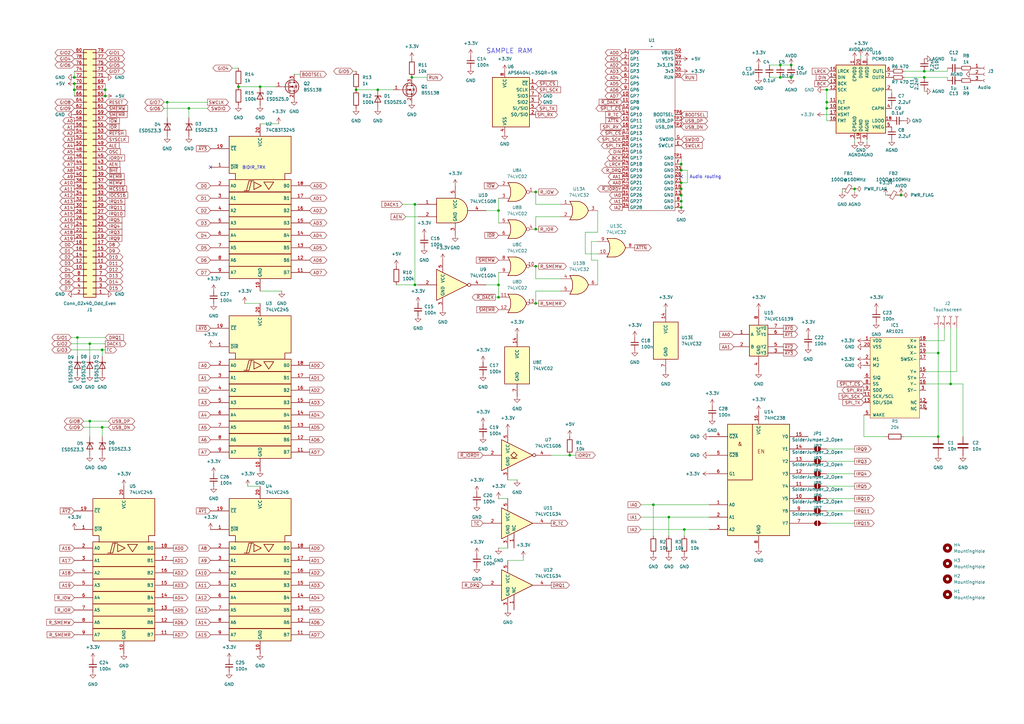
<source format=kicad_sch>
(kicad_sch (version 20231120) (generator "eeschema") (generator_version "8.0")
  (paper "A3")
  (junction (at 369.57 80.01))
  (junction (at 219.71 109.22))
  (junction (at 279.4 80.01))
  (junction (at 279.4 82.55))
  (junction (at 219.71 93.98))
  (junction (at 146.05 36.83))
  (junction (at 384.81 179.07))
  (junction (at 350.52 77.47))
  (junction (at 389.89 157.48))
  (junction (at 219.71 124.46))
  (junction (at 41.91 143.51))
  (junction (at 204.47 121.92))
  (junction (at 320.04 31.75))
  (junction (at 170.18 83.82))
  (junction (at 36.83 172.72))
  (junction (at 274.32 212.09))
  (junction (at 204.47 86.36))
  (junction (at 279.4 77.47))
  (junction (at 204.47 116.84))
  (junction (at 43.18 39.37))
  (junction (at 379.095 29.21))
  (junction (at 77.47 44.45))
  (junction (at 324.485 26.67))
  (junction (at 41.91 175.26))
  (junction (at 339.09 44.45))
  (junction (at 384.81 144.78))
  (junction (at 30.48 34.29))
  (junction (at 154.94 36.83))
  (junction (at 279.4 74.93))
  (junction (at 320.04 26.67))
  (junction (at 233.68 186.69))
  (junction (at 339.09 36.83))
  (junction (at 68.58 41.91))
  (junction (at 30.48 31.75))
  (junction (at 170.18 116.84))
  (junction (at 279.4 67.31))
  (junction (at 30.48 36.83))
  (junction (at 36.83 140.97))
  (junction (at 280.67 217.17))
  (junction (at 106.68 35.56))
  (junction (at 324.485 31.75))
  (junction (at 43.18 36.83))
  (junction (at 339.09 41.91))
  (junction (at 97.79 35.56))
  (junction (at 219.71 78.74))
  (junction (at 168.91 31.75))
  (junction (at 279.4 85.09))
  (junction (at 379.095 31.75))
  (junction (at 279.4 69.85))
  (junction (at 267.97 207.01))
  (junction (at 31.75 138.43))
  (no_connect (at 279.4 72.39))
  (no_connect (at 86.36 68.58))
  (wire (pts (xy 43.18 34.29) (xy 43.18 36.83)))
  (wire (pts (xy 30.48 34.29) (xy 30.48 36.83)))
  (wire (pts (xy 355.6 58.42) (xy 355.6 57.15)))
  (wire (pts (xy 389.89 157.48) (xy 394.97 157.48)))
  (wire (pts (xy 245.11 86.36) (xy 245.11 95.25)))
  (wire (pts (xy 345.44 77.47) (xy 345.44 78.74)))
  (wire (pts (xy 365.76 36.83) (xy 365.76 38.1)))
  (wire (pts (xy 353.06 22.86) (xy 353.06 24.13)))
  (wire (pts (xy 339.09 41.91) (xy 340.36 41.91)))
  (wire (pts (xy 68.58 41.91) (xy 85.09 41.91)))
  (wire (pts (xy 387.35 139.7) (xy 387.35 134.62)))
  (wire (pts (xy 36.83 172.72) (xy 44.45 172.72)))
  (wire (pts (xy 394.97 157.48) (xy 394.97 179.07)))
  (wire (pts (xy 120.65 30.48) (xy 123.19 30.48)))
  (wire (pts (xy 220.98 109.22) (xy 219.71 109.22)))
  (wire (pts (xy 379.095 31.75) (xy 388.62 31.75)))
  (wire (pts (xy 267.97 207.01) (xy 267.97 219.71)))
  (wire (pts (xy 219.71 109.22) (xy 219.71 114.3)))
  (wire (pts (xy 154.94 36.83) (xy 161.29 36.83)))
  (wire (pts (xy 41.91 175.26) (xy 41.91 179.07)))
  (wire (pts (xy 101.6 199.39) (xy 106.68 199.39)))
  (wire (pts (xy 365.76 43.18) (xy 365.76 44.45)))
  (wire (pts (xy 245.11 95.25) (xy 240.03 95.25)))
  (wire (pts (xy 219.71 119.38) (xy 219.71 124.46)))
  (wire (pts (xy 100.33 124.46) (xy 106.68 124.46)))
  (wire (pts (xy 281.94 74.93) (xy 279.4 74.93)))
  (wire (pts (xy 388.62 29.21) (xy 379.095 29.21)))
  (wire (pts (xy 274.32 212.09) (xy 274.32 219.71)))
  (wire (pts (xy 388.62 31.75) (xy 388.62 33.02)))
  (wire (pts (xy 219.71 88.9) (xy 219.71 93.98)))
  (wire (pts (xy 199.39 86.36) (xy 204.47 86.36)))
  (wire (pts (xy 245.11 106.68) (xy 245.11 116.84)))
  (wire (pts (xy 350.52 209.55) (xy 339.09 209.55)))
  (wire (pts (xy 214.63 228.6) (xy 214.63 229.87)))
  (wire (pts (xy 106.68 35.56) (xy 113.03 35.56)))
  (wire (pts (xy 29.21 143.51) (xy 41.91 143.51)))
  (wire (pts (xy 370.84 31.75) (xy 379.095 31.75)))
  (wire (pts (xy 388.62 27.94) (xy 388.62 29.21)))
  (wire (pts (xy 77.47 44.45) (xy 85.09 44.45)))
  (wire (pts (xy 34.29 175.26) (xy 41.91 175.26)))
  (wire (pts (xy 68.58 41.91) (xy 68.58 48.26)))
  (wire (pts (xy 97.79 35.56) (xy 106.68 35.56)))
  (wire (pts (xy 34.29 172.72) (xy 36.83 172.72)))
  (wire (pts (xy 214.63 229.87) (xy 208.28 229.87)))
  (wire (pts (xy 280.67 217.17) (xy 290.83 217.17)))
  (wire (pts (xy 29.21 140.97) (xy 36.83 140.97)))
  (wire (pts (xy 204.47 81.28) (xy 204.47 86.36)))
  (wire (pts (xy 41.91 143.51) (xy 43.18 143.51)))
  (wire (pts (xy 29.21 138.43) (xy 31.75 138.43)))
  (wire (pts (xy 369.57 80.01) (xy 368.935 80.01)))
  (wire (pts (xy 337.82 46.99) (xy 340.36 46.99)))
  (wire (pts (xy 67.31 44.45) (xy 77.47 44.45)))
  (wire (pts (xy 315.595 26.67) (xy 320.04 26.67)))
  (wire (pts (xy 240.03 95.25) (xy 240.03 104.14)))
  (wire (pts (xy 350.52 58.42) (xy 350.52 57.15)))
  (wire (pts (xy 389.89 134.62) (xy 389.89 157.48)))
  (wire (pts (xy 379.73 152.4) (xy 392.43 152.4)))
  (wire (pts (xy 106.68 50.8) (xy 114.3 50.8)))
  (wire (pts (xy 350.52 214.63) (xy 339.09 214.63)))
  (wire (pts (xy 204.47 86.36) (xy 204.47 91.44)))
  (wire (pts (xy 281.94 69.85) (xy 281.94 74.93)))
  (wire (pts (xy 245.11 106.68) (xy 242.57 106.68)))
  (wire (pts (xy 31.75 138.43) (xy 31.75 146.05)))
  (wire (pts (xy 77.47 44.45) (xy 77.47 48.26)))
  (wire (pts (xy 363.22 179.07) (xy 354.33 179.07)))
  (wire (pts (xy 279.4 80.01) (xy 279.4 82.55)))
  (wire (pts (xy 379.095 36.83) (xy 379.095 37.465)))
  (wire (pts (xy 350.52 189.23) (xy 339.09 189.23)))
  (wire (pts (xy 274.32 212.09) (xy 290.83 212.09)))
  (wire (pts (xy 220.98 93.98) (xy 219.71 93.98)))
  (wire (pts (xy 212.09 196.85) (xy 208.28 196.85)))
  (wire (pts (xy 175.26 31.75) (xy 168.91 31.75)))
  (wire (pts (xy 350.52 194.31) (xy 339.09 194.31)))
  (wire (pts (xy 363.22 80.01) (xy 363.855 80.01)))
  (wire (pts (xy 229.87 114.3) (xy 219.71 114.3)))
  (wire (pts (xy 242.57 106.68) (xy 242.57 99.06)))
  (wire (pts (xy 233.68 186.69) (xy 236.22 186.69)))
  (wire (pts (xy 170.18 83.82) (xy 170.18 116.84)))
  (wire (pts (xy 204.47 116.84) (xy 204.47 111.76)))
  (wire (pts (xy 279.4 74.93) (xy 279.4 77.47)))
  (wire (pts (xy 204.47 204.47) (xy 208.28 204.47)))
  (wire (pts (xy 350.52 204.47) (xy 339.09 204.47)))
  (wire (pts (xy 36.83 140.97) (xy 43.18 140.97)))
  (wire (pts (xy 354.33 179.07) (xy 354.33 170.18)))
  (wire (pts (xy 204.47 224.79) (xy 208.28 224.79)))
  (wire (pts (xy 392.43 152.4) (xy 392.43 134.62)))
  (wire (pts (xy 262.89 207.01) (xy 267.97 207.01)))
  (wire (pts (xy 203.2 121.92) (xy 204.47 121.92)))
  (wire (pts (xy 220.98 124.46) (xy 219.71 124.46)))
  (wire (pts (xy 67.31 41.91) (xy 68.58 41.91)))
  (wire (pts (xy 30.48 36.83) (xy 30.48 39.37)))
  (wire (pts (xy 279.4 64.77) (xy 279.4 67.31)))
  (wire (pts (xy 279.4 67.31) (xy 279.4 69.85)))
  (wire (pts (xy 262.89 217.17) (xy 280.67 217.17)))
  (wire (pts (xy 280.67 217.17) (xy 280.67 219.71)))
  (wire (pts (xy 339.09 44.45) (xy 340.36 44.45)))
  (wire (pts (xy 281.94 69.85) (xy 279.4 69.85)))
  (wire (pts (xy 115.57 119.38) (xy 106.68 119.38)))
  (wire (pts (xy 162.56 116.84) (xy 170.18 116.84)))
  (wire (pts (xy 146.05 29.21) (xy 144.78 29.21)))
  (wire (pts (xy 350.52 77.47) (xy 350.52 78.74)))
  (wire (pts (xy 350.52 199.39) (xy 339.09 199.39)))
  (wire (pts (xy 267.97 207.01) (xy 290.83 207.01)))
  (wire (pts (xy 170.18 83.82) (xy 171.45 83.82)))
  (wire (pts (xy 229.87 119.38) (xy 219.71 119.38)))
  (wire (pts (xy 165.1 83.82) (xy 170.18 83.82)))
  (wire (pts (xy 339.09 44.45) (xy 339.09 49.53)))
  (wire (pts (xy 324.485 26.67) (xy 320.04 26.67)))
  (wire (pts (xy 379.73 157.48) (xy 389.89 157.48)))
  (wire (pts (xy 337.82 36.83) (xy 339.09 36.83)))
  (wire (pts (xy 219.71 88.9) (xy 229.87 88.9)))
  (wire (pts (xy 36.83 172.72) (xy 36.83 179.07)))
  (wire (pts (xy 95.25 27.94) (xy 97.79 27.94)))
  (wire (pts (xy 320.04 31.75) (xy 324.485 31.75)))
  (wire (pts (xy 226.06 186.69) (xy 233.68 186.69)))
  (wire (pts (xy 36.83 140.97) (xy 36.83 146.05)))
  (wire (pts (xy 339.09 41.91) (xy 339.09 44.45)))
  (wire (pts (xy 199.39 116.84) (xy 204.47 116.84)))
  (wire (pts (xy 370.84 29.21) (xy 379.095 29.21)))
  (wire (pts (xy 41.91 143.51) (xy 41.91 146.05)))
  (wire (pts (xy 166.37 88.9) (xy 171.45 88.9)))
  (wire (pts (xy 219.71 78.74) (xy 219.71 83.82)))
  (wire (pts (xy 370.84 179.07) (xy 384.81 179.07)))
  (wire (pts (xy 339.09 36.83) (xy 339.09 41.91)))
  (wire (pts (xy 240.03 104.14) (xy 245.11 104.14)))
  (wire (pts (xy 229.87 83.82) (xy 219.71 83.82)))
  (wire (pts (xy 146.05 36.83) (xy 154.94 36.83)))
  (wire (pts (xy 41.91 175.26) (xy 44.45 175.26)))
  (wire (pts (xy 30.48 29.21) (xy 30.48 31.75)))
  (wire (pts (xy 170.18 116.84) (xy 171.45 116.84)))
  (wire (pts (xy 242.57 99.06) (xy 245.11 99.06)))
  (wire (pts (xy 315.595 31.75) (xy 320.04 31.75)))
  (wire (pts (xy 350.52 184.15) (xy 339.09 184.15)))
  (wire (pts (xy 220.98 78.74) (xy 219.71 78.74)))
  (wire (pts (xy 339.09 36.83) (xy 340.36 36.83)))
  (wire (pts (xy 279.4 77.47) (xy 279.4 80.01)))
  (wire (pts (xy 379.73 139.7) (xy 387.35 139.7)))
  (wire (pts (xy 279.4 82.55) (xy 279.4 85.09)))
  (wire (pts (xy 204.47 116.84) (xy 204.47 121.92)))
  (wire (pts (xy 31.75 138.43) (xy 43.18 138.43)))
  (wire (pts (xy 384.81 179.07) (xy 384.81 144.78)))
  (wire (pts (xy 339.09 49.53) (xy 340.36 49.53)))
  (wire (pts (xy 384.81 144.78) (xy 379.73 144.78)))
  (wire (pts (xy 43.18 36.83) (xy 43.18 39.37)))
  (wire (pts (xy 262.89 212.09) (xy 274.32 212.09)))
  (wire (pts (xy 384.81 134.62) (xy 384.81 144.78)))
  (text "Audio routing" (at 289.306 72.644 0) (effects (font (size 1.27 1.27))))
  (text "SAMPLE RAM" (at 199.39 22.225 0) (effects (font (size 2 2)) (justify left bottom)))
  (text "BIDIR_TRX" (at 99.314 69.596 0) (effects (font (size 1.27 1.27)) (justify left bottom)))
  (global_label "AA1" (shape output) (at 255.27 72.39 180) (property "Intersheetrefs" "${INTERSHEET_REFS}" (effects (hide yes))))
  (global_label "R_SMEMR" (shape output) (at 220.98 124.46 0) (property "Intersheetrefs" "${INTERSHEET_REFS}" (effects (hide yes))))
  (global_label "~{SMEMW}" (shape input) (at 204.47 106.68 180) (property "Intersheetrefs" "${INTERSHEET_REFS}" (effects (hide yes))))
  (global_label "D9" (shape bidirectional) (at 43.18 102.87 0) (property "Intersheetrefs" "${INTERSHEET_REFS}" (effects (hide yes))))
  (global_label "AD5" (shape output) (at 127 175.26 0) (property "Intersheetrefs" "${INTERSHEET_REFS}" (effects (hide yes))))
  (global_label "A18" (shape output) (at 30.48 95.25 180) (property "Intersheetrefs" "${INTERSHEET_REFS}" (effects (hide yes))))
  (global_label "GIO8" (shape bidirectional) (at 30.48 41.91 180) (property "Intersheetrefs" "${INTERSHEET_REFS}" (effects (hide yes))))
  (global_label "~{MCS16}" (shape input) (at 43.18 77.47 0) (property "Intersheetrefs" "${INTERSHEET_REFS}" (effects (hide yes))))
  (global_label "A6" (shape output) (at 30.48 64.77 180) (property "Intersheetrefs" "${INTERSHEET_REFS}" (effects (hide yes))))
  (global_label "SWCLK" (shape output) (at 85.09 41.91 0) (property "Intersheetrefs" "${INTERSHEET_REFS}" (effects (hide yes))))
  (global_label "~{SPI_CS}" (shape input) (at 219.71 34.29 0) (property "Intersheetrefs" "${INTERSHEET_REFS}" (effects (hide yes))))
  (global_label "AD0" (shape output) (at 71.12 224.79 0) (property "Intersheetrefs" "${INTERSHEET_REFS}" (effects (hide yes))))
  (global_label "AD1" (shape output) (at 127 154.94 0) (property "Intersheetrefs" "${INTERSHEET_REFS}" (effects (hide yes))))
  (global_label "BOOTSEL" (shape input) (at 279.4 46.99 0) (property "Intersheetrefs" "${INTERSHEET_REFS}" (effects (hide yes))))
  (global_label "IRQ5" (shape input) (at 43.18 90.17 0) (property "Intersheetrefs" "${INTERSHEET_REFS}" (effects (hide yes))))
  (global_label "R_DRQ" (shape output) (at 255.27 69.85 180) (property "Intersheetrefs" "${INTERSHEET_REFS}" (effects (hide yes))))
  (global_label "~{SMEMR}" (shape input) (at 43.18 46.99 0) (property "Intersheetrefs" "${INTERSHEET_REFS}" (effects (hide yes))))
  (global_label "SPI_TX" (shape input) (at 219.71 44.45 0) (property "Intersheetrefs" "${INTERSHEET_REFS}" (effects (hide yes))))
  (global_label "R_IOW" (shape input) (at 30.48 245.11 180) (property "Intersheetrefs" "${INTERSHEET_REFS}" (effects (hide yes))))
  (global_label "DIN" (shape output) (at 255.27 62.23 180) (property "Intersheetrefs" "${INTERSHEET_REFS}" (effects (hide yes))))
  (global_label "A17" (shape output) (at 30.48 92.71 180) (property "Intersheetrefs" "${INTERSHEET_REFS}" (effects (hide yes))))
  (global_label "D5" (shape bidirectional) (at 86.36 101.6 180) (property "Intersheetrefs" "${INTERSHEET_REFS}" (effects (hide yes))))
  (global_label "IRQ15" (shape input) (at 43.18 82.55 0) (property "Intersheetrefs" "${INTERSHEET_REFS}" (effects (hide yes))))
  (global_label "GIO6" (shape bidirectional) (at 30.48 26.67 180) (property "Intersheetrefs" "${INTERSHEET_REFS}" (effects (hide yes))))
  (global_label "~{IOR}" (shape input) (at 204.47 96.52 180) (property "Intersheetrefs" "${INTERSHEET_REFS}" (effects (hide yes))))
  (global_label "AD5" (shape bidirectional) (at 255.27 34.29 180) (property "Intersheetrefs" "${INTERSHEET_REFS}" (effects (hide yes))))
  (global_label "IRQ10" (shape input) (at 43.18 87.63 0) (property "Intersheetrefs" "${INTERSHEET_REFS}" (effects (hide yes))))
  (global_label "~{AY2}" (shape output) (at 321.31 142.24 0) (property "Intersheetrefs" "${INTERSHEET_REFS}" (effects (hide yes))))
  (global_label "A5" (shape input) (at 86.36 175.26 180) (property "Intersheetrefs" "${INTERSHEET_REFS}" (effects (hide yes))))
  (global_label "D6" (shape bidirectional) (at 30.48 115.57 180) (property "Intersheetrefs" "${INTERSHEET_REFS}" (effects (hide yes))))
  (global_label "A3" (shape input) (at 86.36 165.1 180) (property "Intersheetrefs" "${INTERSHEET_REFS}" (effects (hide yes))))
  (global_label "~{R_DACK}" (shape input) (at 255.27 41.91 180) (property "Intersheetrefs" "${INTERSHEET_REFS}" (effects (hide yes))))
  (global_label "A9" (shape output) (at 30.48 72.39 180) (property "Intersheetrefs" "${INTERSHEET_REFS}" (effects (hide yes))))
  (global_label "AEN" (shape input) (at 43.18 67.31 0) (property "Intersheetrefs" "${INTERSHEET_REFS}" (effects (hide yes))))
  (global_label "AA0" (shape output) (at 255.27 74.93 180) (property "Intersheetrefs" "${INTERSHEET_REFS}" (effects (hide yes))))
  (global_label "AD1" (shape bidirectional) (at 255.27 24.13 180) (property "Intersheetrefs" "${INTERSHEET_REFS}" (effects (hide yes))))
  (global_label "GIO6" (shape bidirectional) (at 67.31 44.45 180) (property "Intersheetrefs" "${INTERSHEET_REFS}" (effects (hide yes))))
  (global_label "IA2" (shape output) (at 255.27 85.09 180) (property "Intersheetrefs" "${INTERSHEET_REFS}" (effects (hide yes))))
  (global_label "SPI_RX" (shape input) (at 255.27 52.07 180) (property "Intersheetrefs" "${INTERSHEET_REFS}" (effects (hide yes))))
  (global_label "R_IOW" (shape output) (at 220.98 78.74 0) (property "Intersheetrefs" "${INTERSHEET_REFS}" (effects (hide yes))))
  (global_label "AD6" (shape bidirectional) (at 255.27 36.83 180) (property "Intersheetrefs" "${INTERSHEET_REFS}" (effects (hide yes))))
  (global_label "~{SPI_CS}" (shape output) (at 255.27 54.61 180) (property "Intersheetrefs" "${INTERSHEET_REFS}" (effects (hide yes))))
  (global_label "BCK" (shape output) (at 255.27 64.77 180) (property "Intersheetrefs" "${INTERSHEET_REFS}" (effects (hide yes))))
  (global_label "IA0" (shape output) (at 255.27 80.01 180) (property "Intersheetrefs" "${INTERSHEET_REFS}" (effects (hide yes))))
  (global_label "A1" (shape input) (at 86.36 154.94 180) (property "Intersheetrefs" "${INTERSHEET_REFS}" (effects (hide yes))))
  (global_label "~{REFSH}" (shape input) (at 43.18 54.61 0) (property "Intersheetrefs" "${INTERSHEET_REFS}" (effects (hide yes))))
  (global_label "D14" (shape bidirectional) (at 43.18 115.57 0) (property "Intersheetrefs" "${INTERSHEET_REFS}" (effects (hide yes))))
  (global_label "LRCK" (shape output) (at 255.27 67.31 180) (property "Intersheetrefs" "${INTERSHEET_REFS}" (effects (hide yes))))
  (global_label "AD0" (shape output) (at 127 224.79 0) (property "Intersheetrefs" "${INTERSHEET_REFS}" (effects (hide yes))))
  (global_label "GIO1" (shape bidirectional) (at 29.21 138.43 180) (property "Intersheetrefs" "${INTERSHEET_REFS}" (effects (hide yes))))
  (global_label "DRQ1" (shape input) (at 43.18 138.43 0) (property "Intersheetrefs" "${INTERSHEET_REFS}" (effects (hide yes))))
  (global_label "~{BHE}" (shape input) (at 43.18 69.85 0) (property "Intersheetrefs" "${INTERSHEET_REFS}" (effects (hide yes))))
  (global_label "D12" (shape bidirectional) (at 43.18 110.49 0) (property "Intersheetrefs" "${INTERSHEET_REFS}" (effects (hide yes))))
  (global_label "DACK1" (shape input) (at 165.1 83.82 180) (property "Intersheetrefs" "${INTERSHEET_REFS}" (effects (hide yes))))
  (global_label "~{MEMW}" (shape input) (at 43.18 74.93 0) (property "Intersheetrefs" "${INTERSHEET_REFS}" (effects (hide yes))))
  (global_label "SWCLK" (shape input) (at 279.4 59.69 0) (property "Intersheetrefs" "${INTERSHEET_REFS}" (effects (hide yes))))
  (global_label "D4" (shape bidirectional) (at 86.36 96.52 180) (property "Intersheetrefs" "${INTERSHEET_REFS}" (effects (hide yes))))
  (global_label "~{AY3}" (shape input) (at 86.36 60.96 180) (property "Intersheetrefs" "${INTERSHEET_REFS}" (effects (hide yes))))
  (global_label "A16" (shape output) (at 30.48 90.17 180) (property "Intersheetrefs" "${INTERSHEET_REFS}" (effects (hide yes))))
  (global_label "IRQ9" (shape output) (at 350.52 184.15 0) (property "Intersheetrefs" "${INTERSHEET_REFS}" (effects (hide yes))))
  (global_label "RUN" (shape output) (at 175.26 31.75 0) (property "Intersheetrefs" "${INTERSHEET_REFS}" (effects (hide yes))))
  (global_label "AD6" (shape bidirectional) (at 127 106.68 0) (property "Intersheetrefs" "${INTERSHEET_REFS}" (effects (hide yes))))
  (global_label "AD6" (shape output) (at 127 255.27 0) (property "Intersheetrefs" "${INTERSHEET_REFS}" (effects (hide yes))))
  (global_label "~{R_IORDY}" (shape output) (at 255.27 77.47 180) (property "Intersheetrefs" "${INTERSHEET_REFS}" (effects (hide yes))))
  (global_label "~{AY1}" (shape input) (at 86.36 209.55 180) (property "Intersheetrefs" "${INTERSHEET_REFS}" (effects (hide yes))))
  (global_label "~{R_DACK}" (shape output) (at 203.2 121.92 180) (property "Intersheetrefs" "${INTERSHEET_REFS}" (effects (hide yes))))
  (global_label "AD7" (shape bidirectional) (at 127 111.76 0) (property "Intersheetrefs" "${INTERSHEET_REFS}" (effects (hide yes))))
  (global_label "IRQ5" (shape output) (at 350.52 199.39 0) (property "Intersheetrefs" "${INTERSHEET_REFS}" (effects (hide yes))))
  (global_label "AD7" (shape output) (at 127 185.42 0) (property "Intersheetrefs" "${INTERSHEET_REFS}" (effects (hide yes))))
  (global_label "R_TC" (shape output) (at 226.06 214.63 0) (property "Intersheetrefs" "${INTERSHEET_REFS}" (effects (hide yes))))
  (global_label "R_TC" (shape input) (at 255.27 46.99 180) (property "Intersheetrefs" "${INTERSHEET_REFS}" (effects (hide yes))))
  (global_label "GIO5" (shape bidirectional) (at 144.78 29.21 180) (property "Intersheetrefs" "${INTERSHEET_REFS}" (effects (hide yes))))
  (global_label "D0" (shape bidirectional) (at 30.48 100.33 180) (property "Intersheetrefs" "${INTERSHEET_REFS}" (effects (hide yes))))
  (global_label "IA2" (shape input) (at 262.89 217.17 180) (property "Intersheetrefs" "${INTERSHEET_REFS}" (effects (hide yes))))
  (global_label "IRQ15" (shape output) (at 350.52 214.63 0) (property "Intersheetrefs" "${INTERSHEET_REFS}" (effects (hide yes))))
  (global_label "A8" (shape input) (at 86.36 224.79 180) (property "Intersheetrefs" "${INTERSHEET_REFS}" (effects (hide yes))))
  (global_label "GIO9" (shape bidirectional) (at 34.29 175.26 180) (property "Intersheetrefs" "${INTERSHEET_REFS}" (effects (hide yes))))
  (global_label "AD0" (shape bidirectional) (at 127 76.2 0) (property "Intersheetrefs" "${INTERSHEET_REFS}" (effects (hide yes))))
  (global_label "A2" (shape output) (at 30.48 54.61 180) (property "Intersheetrefs" "${INTERSHEET_REFS}" (effects (hide yes))))
  (global_label "LRCK" (shape input) (at 340.36 29.21 180) (property "Intersheetrefs" "${INTERSHEET_REFS}" (effects (hide yes))))
  (global_label "D7" (shape bidirectional) (at 86.36 111.76 180) (property "Intersheetrefs" "${INTERSHEET_REFS}" (effects (hide yes))))
  (global_label "A12" (shape output) (at 30.48 80.01 180) (property "Intersheetrefs" "${INTERSHEET_REFS}" (effects (hide yes))))
  (global_label "A15" (shape input) (at 86.36 260.35 180) (property "Intersheetrefs" "${INTERSHEET_REFS}" (effects (hide yes))))
  (global_label "R_SMEMW" (shape input) (at 30.48 255.27 180) (property "Intersheetrefs" "${INTERSHEET_REFS}" (effects (hide yes))))
  (global_label "~{AY2}" (shape input) (at 30.48 209.55 180) (property "Intersheetrefs" "${INTERSHEET_REFS}" (effects (hide yes))))
  (global_label "D3" (shape bidirectional) (at 86.36 91.44 180) (property "Intersheetrefs" "${INTERSHEET_REFS}" (effects (hide yes))))
  (global_label "AD2" (shape output) (at 127 234.95 0) (property "Intersheetrefs" "${INTERSHEET_REFS}" (effects (hide yes))))
  (global_label "AD1" (shape bidirectional) (at 127 81.28 0) (property "Intersheetrefs" "${INTERSHEET_REFS}" (effects (hide yes))))
  (global_label "A4" (shape output) (at 30.48 59.69 180) (property "Intersheetrefs" "${INTERSHEET_REFS}" (effects (hide yes))))
  (global_label "AD3" (shape output) (at 71.12 240.03 0) (property "Intersheetrefs" "${INTERSHEET_REFS}" (effects (hide yes))))
  (global_label "D2" (shape bidirectional) (at 86.36 86.36 180) (property "Intersheetrefs" "${INTERSHEET_REFS}" (effects (hide yes))))
  (global_label "A19" (shape input) (at 30.48 240.03 180) (property "Intersheetrefs" "${INTERSHEET_REFS}" (effects (hide yes))))
  (global_label "DACK1" (shape output) (at 43.18 140.97 0) (property "Intersheetrefs" "${INTERSHEET_REFS}" (effects (hide yes))))
  (global_label "D2" (shape bidirectional) (at 30.48 105.41 180) (property "Intersheetrefs" "${INTERSHEET_REFS}" (effects (hide yes))))
  (global_label "~{MEMR}" (shape input) (at 43.18 72.39 0) (property "Intersheetrefs" "${INTERSHEET_REFS}" (effects (hide yes))))
  (global_label "OSC" (shape input) (at 43.18 62.23 0) (property "Intersheetrefs" "${INTERSHEET_REFS}" (effects (hide yes))))
  (global_label "A14" (shape output) (at 30.48 85.09 180) (property "Intersheetrefs" "${INTERSHEET_REFS}" (effects (hide yes))))
  (global_label "~{ATTN}" (shape output) (at 260.35 101.6 0) (property "Intersheetrefs" "${INTERSHEET_REFS}" (effects (hide yes))))
  (global_label "AD2" (shape output) (at 71.12 234.95 0) (property "Intersheetrefs" "${INTERSHEET_REFS}" (effects (hide yes))))
  (global_label "AEN" (shape input) (at 166.37 88.9 180) (property "Intersheetrefs" "${INTERSHEET_REFS}" (effects (hide yes))))
  (global_label "SYSCLK" (shape input) (at 43.18 57.15 0) (property "Intersheetrefs" "${INTERSHEET_REFS}" (effects (hide yes))))
  (global_label "AD3" (shape bidirectional) (at 255.27 29.21 180) (property "Intersheetrefs" "${INTERSHEET_REFS}" (effects (hide yes))))
  (global_label "IRQ11" (shape input) (at 43.18 85.09 0) (property "Intersheetrefs" "${INTERSHEET_REFS}" (effects (hide yes))))
  (global_label "DRQ1" (shape output) (at 226.06 240.03 0) (property "Intersheetrefs" "${INTERSHEET_REFS}" (effects (hide yes))))
  (global_label "R_SMEMW" (shape output) (at 220.98 109.22 0) (property "Intersheetrefs" "${INTERSHEET_REFS}" (effects (hide yes))))
  (global_label "IRQ3" (shape output) (at 350.52 189.23 0) (property "Intersheetrefs" "${INTERSHEET_REFS}" (effects (hide yes))))
  (global_label "AD7" (shape bidirectional) (at 255.27 39.37 180) (property "Intersheetrefs" "${INTERSHEET_REFS}" (effects (hide yes))))
  (global_label "GIO5" (shape bidirectional) (at 43.18 26.67 0) (property "Intersheetrefs" "${INTERSHEET_REFS}" (effects (hide yes))))
  (global_label "AD3" (shape bidirectional) (at 127 91.44 0) (property "Intersheetrefs" "${INTERSHEET_REFS}" (effects (hide yes))))
  (global_label "AD4" (shape output) (at 127 245.11 0) (property "Intersheetrefs" "${INTERSHEET_REFS}" (effects (hide yes))))
  (global_label "D5" (shape bidirectional) (at 30.48 113.03 180) (property "Intersheetrefs" "${INTERSHEET_REFS}" (effects (hide yes))))
  (global_label "SPI_TX" (shape input) (at 354.33 165.1 180) (property "Intersheetrefs" "${INTERSHEET_REFS}" (effects (hide yes))))
  (global_label "A13" (shape output) (at 30.48 82.55 180) (property "Intersheetrefs" "${INTERSHEET_REFS}" (effects (hide yes))))
  (global_label "RUN" (shape input) (at 279.4 31.75 0) (property "Intersheetrefs" "${INTERSHEET_REFS}" (effects (hide yes))))
  (global_label "GIO3" (shape bidirectional) (at 29.21 143.51 180) (property "Intersheetrefs" "${INTERSHEET_REFS}" (effects (hide yes))))
  (global_label "A6" (shape input) (at 86.36 180.34 180) (property "Intersheetrefs" "${INTERSHEET_REFS}" (effects (hide yes))))
  (global_label "AD0" (shape bidirectional) (at 255.27 21.59 180) (property "Intersheetrefs" "${INTERSHEET_REFS}" (effects (hide yes))))
  (global_label "A1" (shape output) (at 30.48 52.07 180) (property "Intersheetrefs" "${INTERSHEET_REFS}" (effects (hide yes))))
  (global_label "A10" (shape output) (at 30.48 74.93 180) (property "Intersheetrefs" "${INTERSHEET_REFS}" (effects (hide yes))))
  (global_label "SPI_RX" (shape output) (at 354.33 160.02 180) (property "Intersheetrefs" "${INTERSHEET_REFS}" (effects (hide yes))))
  (global_label "IA1" (shape input) (at 262.89 212.09 180) (property "Intersheetrefs" "${INTERSHEET_REFS}" (effects (hide yes))))
  (global_label "A19" (shape output) (at 30.48 97.79 180) (property "Intersheetrefs" "${INTERSHEET_REFS}" (effects (hide yes))))
  (global_label "AD3" (shape output) (at 127 165.1 0) (property "Intersheetrefs" "${INTERSHEET_REFS}" (effects (hide yes))))
  (global_label "IORDY" (shape output) (at 236.22 186.69 0) (property "Intersheetrefs" "${INTERSHEET_REFS}" (effects (hide yes))))
  (global_label "~{SPI_T_CS}" (shape input) (at 354.33 157.48 180) (property "Intersheetrefs" "${INTERSHEET_REFS}" (effects (hide yes))))
  (global_label "~{SMEMR}" (shape input) (at 204.47 127 180) (property "Intersheetrefs" "${INTERSHEET_REFS}" (effects (hide yes))))
  (global_label "GIO9" (shape bidirectional) (at 30.48 44.45 180) (property "Intersheetrefs" "${INTERSHEET_REFS}" (effects (hide yes))))
  (global_label "A11" (shape output) (at 30.48 77.47 180) (property "Intersheetrefs" "${INTERSHEET_REFS}" (effects (hide yes))))
  (global_label "GIO1" (shape bidirectional) (at 43.18 21.59 0) (property "Intersheetrefs" "${INTERSHEET_REFS}" (effects (hide yes))))
  (global_label "R_SMEMR" (shape input) (at 30.48 260.35 180) (property "Intersheetrefs" "${INTERSHEET_REFS}" (effects (hide yes))))
  (global_label "SPI_SCK" (shape input) (at 219.71 36.83 0) (property "Intersheetrefs" "${INTERSHEET_REFS}" (effects (hide yes))))
  (global_label "AD1" (shape output) (at 71.12 229.87 0) (property "Intersheetrefs" "${INTERSHEET_REFS}" (effects (hide yes))))
  (global_label "A14" (shape input) (at 86.36 255.27 180) (property "Intersheetrefs" "${INTERSHEET_REFS}" (effects (hide yes))))
  (global_label "~{AY0}" (shape input) (at 86.36 134.62 180) (property "Intersheetrefs" "${INTERSHEET_REFS}" (effects (hide yes))))
  (global_label "A3" (shape output) (at 30.48 57.15 180) (property "Intersheetrefs" "${INTERSHEET_REFS}" (effects (hide yes))))
  (global_label "~{AY3}" (shape output) (at 321.31 144.78 0) (property "Intersheetrefs" "${INTERSHEET_REFS}" (effects (hide yes))))
  (global_label "D4" (shape bidirectional) (at 30.48 110.49 180) (property "Intersheetrefs" "${INTERSHEET_REFS}" (effects (hide yes))))
  (global_label "~{AY0}" (shape output) (at 321.31 134.62 0) (property "Intersheetrefs" "${INTERSHEET_REFS}" (effects (hide yes))))
  (global_label "BOOTSEL" (shape output) (at 123.19 30.48 0) (property "Intersheetrefs" "${INTERSHEET_REFS}" (effects (hide yes))))
  (global_label "USB_DP" (shape bidirectional) (at 44.45 172.72 0) (property "Intersheetrefs" "${INTERSHEET_REFS}" (effects (hide yes))))
  (global_label "AD2" (shape bidirectional) (at 255.27 26.67 180) (property "Intersheetrefs" "${INTERSHEET_REFS}" (effects (hide yes))))
  (global_label "DIN" (shape input) (at 340.36 31.75 180) (property "Intersheetrefs" "${INTERSHEET_REFS}" (effects (hide yes))))
  (global_label "SWDIO" (shape bidirectional) (at 279.4 57.15 0) (property "Intersheetrefs" "${INTERSHEET_REFS}" (effects (hide yes))))
  (global_label "A0" (shape input) (at 86.36 149.86 180) (property "Intersheetrefs" "${INTERSHEET_REFS}" (effects (hide yes))))
  (global_label "D13" (shape bidirectional) (at 43.18 113.03 0) (property "Intersheetrefs" "${INTERSHEET_REFS}" (effects (hide yes))))
  (global_label "D6" (shape bidirectional) (at 86.36 106.68 180) (property "Intersheetrefs" "${INTERSHEET_REFS}" (effects (hide yes))))
  (global_label "IRQ10" (shape output) (at 350.52 204.47 0) (property "Intersheetrefs" "${INTERSHEET_REFS}" (effects (hide yes))))
  (global_label "AD5" (shape output) (at 127 250.19 0) (property "Intersheetrefs" "${INTERSHEET_REFS}" (effects (hide yes))))
  (global_label "~{AY1}" (shape output) (at 321.31 137.16 0) (property "Intersheetrefs" "${INTERSHEET_REFS}" (effects (hide yes))))
  (global_label "SPI_RX" (shape output) (at 219.71 46.99 0) (property "Intersheetrefs" "${INTERSHEET_REFS}" (effects (hide yes))))
  (global_label "IA0" (shape input) (at 262.89 207.01 180) (property "Intersheetrefs" "${INTERSHEET_REFS}" (effects (hide yes))))
  (global_label "D7" (shape bidirectional) (at 30.48 118.11 180) (property "Intersheetrefs" "${INTERSHEET_REFS}" (effects (hide yes))))
  (global_label "D1" (shape bidirectional) (at 30.48 102.87 180) (property "Intersheetrefs" "${INTERSHEET_REFS}" (effects (hide yes))))
  (global_label "GIO7" (shape bidirectional) (at 43.18 29.21 0) (property "Intersheetrefs" "${INTERSHEET_REFS}" (effects (hide yes))))
  (global_label "A17" (shape input) (at 30.48 229.87 180) (property "Intersheetrefs" "${INTERSHEET_REFS}" (effects (hide yes))))
  (global_label "GIO4" (shape bidirectional) (at 30.48 24.13 180) (property "Intersheetrefs" "${INTERSHEET_REFS}" (effects (hide yes))))
  (global_label "GIO2" (shape bidirectional) (at 30.48 21.59 180) (property "Intersheetrefs" "${INTERSHEET_REFS}" (effects (hide yes))))
  (global_label "AD1" (shape output) (at 127 229.87 0) (property "Intersheetrefs" "${INTERSHEET_REFS}" (effects (hide yes))))
  (global_label "~{IOW}" (shape input) (at 204.47 76.2 180) (property "Intersheetrefs" "${INTERSHEET_REFS}" (effects (hide yes))))
  (global_label "A4" (shape input) (at 86.36 170.18 180) (property "Intersheetrefs" "${INTERSHEET_REFS}" (effects (hide yes))))
  (global_label "AD6" (shape output) (at 127 180.34 0) (property "Intersheetrefs" "${INTERSHEET_REFS}" (effects (hide yes))))
  (global_label "RESET" (shape bidirectional) (at 43.18 41.91 0) (property "Intersheetrefs" "${INTERSHEET_REFS}" (effects (hide yes))))
  (global_label "GIO7" (shape bidirectional) (at 67.31 41.91 180) (property "Intersheetrefs" "${INTERSHEET_REFS}" (effects (hide yes))))
  (global_label "~{SPI_T_CS}" (shape output) (at 255.27 44.45 180) (property "Intersheetrefs" "${INTERSHEET_REFS}" (effects (hide yes))))
  (global_label "IRQ11" (shape output) (at 350.52 209.55 0) (property "Intersheetrefs" "${INTERSHEET_REFS}" (effects (hide yes))))
  (global_label "SPI_SCK" (shape output) (at 255.27 57.15 180) (property "Intersheetrefs" "${INTERSHEET_REFS}" (effects (hide yes))))
  (global_label "D3" (shape bidirectional) (at 30.48 107.95 180) (property "Intersheetrefs" "${INTERSHEET_REFS}" (effects (hide yes))))
  (global_label "~{IOW}" (shape input) (at 43.18 49.53 0) (property "Intersheetrefs" "${INTERSHEET_REFS}" (effects (hide yes))))
  (global_label "AD4" (shape bidirectional) (at 255.27 31.75 180) (property "Intersheetrefs" "${INTERSHEET_REFS}" (effects (hide yes))))
  (global_label "A10" (shape input) (at 86.36 234.95 180) (property "Intersheetrefs" "${INTERSHEET_REFS}" (effects (hide yes))))
  (global_label "USB_DN" (shape bidirectional) (at 279.4 52.07 0) (property "Intersheetrefs" "${INTERSHEET_REFS}" (effects (hide yes))))
  (global_label "A12" (shape input) (at 86.36 245.11 180) (property "Intersheetrefs" "${INTERSHEET_REFS}" (effects (hide yes))))
  (global_label "IRQ4" (shape output) (at 350.52 194.31 0) (property "Intersheetrefs" "${INTERSHEET_REFS}" (effects (hide yes))))
  (global_label "AD2" (shape bidirectional) (at 127 86.36 0) (property "Intersheetrefs" "${INTERSHEET_REFS}" (effects (hide yes))))
  (global_label "SPI_TX" (shape output) (at 255.27 59.69 180) (property "Intersheetrefs" "${INTERSHEET_REFS}" (effects (hide yes))))
  (global_label "AD2" (shape output) (at 127 160.02 0) (property "Intersheetrefs" "${INTERSHEET_REFS}" (effects (hide yes))))
  (global_label "D15" (shape bidirectional) (at 43.18 118.11 0) (property "Intersheetrefs" "${INTERSHEET_REFS}" (effects (hide yes))))
  (global_label "R_IOR" (shape output) (at 220.98 93.98 0) (property "Intersheetrefs" "${INTERSHEET_REFS}" (effects (hide yes))))
  (global_label "A7" (shape output) (at 30.48 67.31 180) (property "Intersheetrefs" "${INTERSHEET_REFS}" (effects (hide yes))))
  (global_label "SPI_SCK" (shape input) (at 354.33 162.56 180) (property "Intersheetrefs" "${INTERSHEET_REFS}" (effects (hide yes))))
  (global_label "A0" (shape output) (at 30.48 49.53 180) (property "Intersheetrefs" "${INTERSHEET_REFS}" (effects (hide yes))))
  (global_label "AD4" (shape output) (at 127 170.18 0) (property "Intersheetrefs" "${INTERSHEET_REFS}" (effects (hide yes))))
  (global_label "AD3" (shape output) (at 127 240.03 0) (property "Intersheetrefs" "${INTERSHEET_REFS}" (effects (hide yes))))
  (global_label "ALE" (shape input) (at 43.18 59.69 0) (property "Intersheetrefs" "${INTERSHEET_REFS}" (effects (hide yes))))
  (global_label "A15" (shape output) (at 30.48 87.63 180) (property "Intersheetrefs" "${INTERSHEET_REFS}" (effects (hide yes))))
  (global_label "~{ATTN}" (shape input) (at 255.27 49.53 180) (property "Intersheetrefs" "${INTERSHEET_REFS}" (effects (hide yes))))
  (global_label "USB_DN" (shape bidirectional) (at 44.45 175.26 0) (property "Intersheetrefs" "${INTERSHEET_REFS}" (effects (hide yes))))
  (global_label "~{IOR}" (shape input) (at 43.18 52.07 0) (property "Intersheetrefs" "${INTERSHEET_REFS}" (effects (hide yes))))
  (global_label "IRQ3" (shape input) (at 43.18 95.25 0) (property "Intersheetrefs" "${INTERSHEET_REFS}" (effects (hide yes))))
  (global_label "A2" (shape input) (at 86.36 160.02 180) (property "Intersheetrefs" "${INTERSHEET_REFS}" (effects (hide yes))))
  (global_label "GIO2" (shape bidirectional) (at 29.21 140.97 180) (property "Intersheetrefs" "${INTERSHEET_REFS}" (effects (hide yes))))
  (global_label "BCK" (shape input) (at 340.36 34.29 180) (property "Intersheetrefs" "${INTERSHEET_REFS}" (effects (hide yes))))
  (global_label "A18" (shape input) (at 30.48 234.95 180) (property "Intersheetrefs" "${INTERSHEET_REFS}" (effects (hide yes))))
  (global_label "A5" (shape output) (at 30.48 62.23 180) (property "Intersheetrefs" "${INTERSHEET_REFS}" (effects (hide yes))))
  (global_label "A9" (shape input) (at 86.36 229.87 180) (property "Intersheetrefs" "${INTERSHEET_REFS}" (effects (hide yes))))
  (global_label "D8" (shape bidirectional) (at 43.18 100.33 0) (property "Intersheetrefs" "${INTERSHEET_REFS}" (effects (hide yes))))
  (global_label "D1" (shape bidirectional) (at 86.36 81.28 180) (property "Intersheetrefs" "${INTERSHEET_REFS}" (effects (hide yes))))
  (global_label "A8" (shape output) (at 30.48 69.85 180) (property "Intersheetrefs" "${INTERSHEET_REFS}" (effects (hide yes))))
  (global_label "GIO3" (shape bidirectional) (at 43.18 24.13 0) (property "Intersheetrefs" "${INTERSHEET_REFS}" (effects (hide yes))))
  (global_label "AD6" (shape output) (at 71.12 255.27 0) (property "Intersheetrefs" "${INTERSHEET_REFS}" (effects (hide yes))))
  (global_label "GIO8" (shape bidirectional) (at 34.29 172.72 180) (property "Intersheetrefs" "${INTERSHEET_REFS}" (effects (hide yes))))
  (global_label "TC" (shape output) (at 43.18 143.51 0) (property "Intersheetrefs" "${INTERSHEET_REFS}" (effects (hide yes))))
  (global_label "SWDIO" (shape bidirectional) (at 85.09 44.45 0) (property "Intersheetrefs" "${INTERSHEET_REFS}" (effects (hide yes))))
  (global_label "~{R_IORDY}" (shape input) (at 198.12 186.69 180) (property "Intersheetrefs" "${INTERSHEET_REFS}" (effects (hide yes))))
  (global_label "AD0" (shape output) (at 127 149.86 0) (property "Intersheetrefs" "${INTERSHEET_REFS}" (effects (hide yes))))
  (global_label "A11" (shape input) (at 86.36 240.03 180) (property "Intersheetrefs" "${INTERSHEET_REFS}" (effects (hide yes))))
  (global_label "IRQ4" (shape input) (at 43.18 92.71 0) (property "Intersheetrefs" "${INTERSHEET_REFS}" (effects (hide yes))))
  (global_label "R_IOR" (shape input) (at 30.48 250.19 180) (property "Intersheetrefs" "${INTERSHEET_REFS}" (effects (hide yes))))
  (global_label "R_DRQ" (shape input) (at 198.12 240.03 180) (property "Intersheetrefs" "${INTERSHEET_REFS}" (effects (hide yes))))
  (global_label "~{IOCS16}" (shape input) (at 43.18 80.01 0) (property "Intersheetrefs" "${INTERSHEET_REFS}" (effects (hide yes))))
  (global_label "AD4" (shape bidirectional) (at 127 96.52 0) (property "Intersheetrefs" "${INTERSHEET_REFS}" (effects (hide yes))))
  (global_label "TC" (shape input) (at 198.12 214.63 180) (property "Intersheetrefs" "${INTERSHEET_REFS}" (effects (hide yes))))
  (global_label "AD5" (shape bidirectional) (at 127 101.6 0) (property "Intersheetrefs" "${INTERSHEET_REFS}" (effects (hide yes))))
  (global_label "AD4" (shape output) (at 71.12 245.11 0) (property "Intersheetrefs" "${INTERSHEET_REFS}" (effects (hide yes))))
  (global_label "A13" (shape input) (at 86.36 250.19 180) (property "Intersheetrefs" "${INTERSHEET_REFS}" (effects (hide yes))))
  (global_label "GIO4" (shape bidirectional) (at 95.25 27.94 180) (property "Intersheetrefs" "${INTERSHEET_REFS}" (effects (hide yes))))
  (global_label "USB_DP" (shape bidirectional) (at 279.4 49.53 0) (property "Intersheetrefs" "${INTERSHEET_REFS}" (effects (hide yes))))
  (global_label "A7" (shape input) (at 86.36 185.42 180) (property "Intersheetrefs" "${INTERSHEET_REFS}" (effects (hide yes))))
  (global_label "IORDY" (shape input) (at 43.18 64.77 0) (property "Intersheetrefs" "${INTERSHEET_REFS}" (effects (hide yes))))
  (global_label "AD7" (shape output) (at 71.12 260.35 0) (property "Intersheetrefs" "${INTERSHEET_REFS}" (effects (hide yes))))
  (global_label "IA1" (shape output) (at 255.27 82.55 180) (property "Intersheetrefs" "${INTERSHEET_REFS}" (effects (hide yes))))
  (global_label "D0" (shape bidirectional) (at 86.36 76.2 180) (property "Intersheetrefs" "${INTERSHEET_REFS}" (effects (hide yes))))
  (global_label "AA0" (shape input) (at 300.99 137.16 180) (property "Intersheetrefs" "${INTERSHEET_REFS}" (effects (hide yes))))
  (global_label "~{SMEMW}" (shape input) (at 43.18 44.45 0) (property "Intersheetrefs" "${INTERSHEET_REFS}" (effects (hide yes))))
  (global_label "D11" (shape bidirectional) (at 43.18 107.95 0) (property "Intersheetrefs" "${INTERSHEET_REFS}" (effects (hide yes))))
  (global_label "AA1" (shape input) (at 300.99 142.24 180) (property "Intersheetrefs" "${INTERSHEET_REFS}" (effects (hide yes))))
  (global_label "AD7" (shape output) (at 127 260.35 0) (property "Intersheetrefs" "${INTERSHEET_REFS}" (effects (hide yes))))
  (global_label "D10" (shape bidirectional) (at 43.18 105.41 0) (property "Intersheetrefs" "${INTERSHEET_REFS}" (effects (hide yes))))
  (global_label "A16" (shape input) (at 30.48 224.79 180) (property "Intersheetrefs" "${INTERSHEET_REFS}" (effects (hide yes))))
  (global_label "AD5" (shape output) (at 71.12 250.19 0) (property "Intersheetrefs" "${INTERSHEET_REFS}" (effects (hide yes))))
  (global_label "IRQ9" (shape input) (at 43.18 97.79 0) (property "Intersheetrefs" "${INTERSHEET_REFS}" (effects (hide yes))))
  (symbol (lib_id "74xGxx:74LVC1G34") (at 213.36 240.03 0) (unit 1)
    (property "Reference" "U12" (at 224.79 233.7114 0))
    (property "Value" "74LVC1G34" (at 224.79 236.2514 0))
    (property "Footprint" "Package_TO_SOT_SMD:SOT-23-5" (effects (hide yes)))
    (property "Datasheet" "https://www.ti.com/lit/ds/symlink/sn74lvc1g34.pdf" (effects (hide yes)))
    (property "Description" "Single Buffer Gate, Low-Voltage CMOS" (effects (hide yes)))
  )
  (symbol (lib_id "power:GND") (at 370.84 49.53 90) (unit 1)
    (property "Reference" "#PWR062" (effects (hide yes)))
    (property "Value" "GND" (at 374.015 49.53 90) (effects (justify right)))
  )
  (symbol (lib_id "74xx:74LS02") (at 212.09 109.22 0) (unit 3)
    (property "Reference" "U8" (at 212.09 100.33 0))
    (property "Value" "74LVC02" (at 212.09 102.87 0))
    (property "Footprint" "Package_SO:TSSOP-14_4.4x5mm_P0.65mm" (effects (hide yes)))
    (property "Datasheet" "http://www.ti.com/lit/gpn/sn74ls02" (effects (hide yes)))
    (property "Description" "quad 2-input NOR gate" (effects (hide yes)))
  )
  (symbol (lib_id "power:+3.3V") (at 359.41 127 0) (unit 1)
    (property "Reference" "#PWR0107" (effects (hide yes)))
    (property "Value" "+3.3V" (at 359.41 121.92 0))
    (property "Description" "Power symbol creates a global label with name \"+3.3V\"" (effects (hide yes)))
  )
  (symbol (lib_name "+3.3V_2") (lib_id "power:+3.3V") (at 354.33 139.7 90) (unit 1)
    (property "Reference" "#PWR040" (effects (hide yes)))
    (property "Value" "+3.3V" (at 350.52 139.6999 90) (effects (justify left)))
    (property "Description" "Power symbol creates a global label with name \"+3.3V\"" (effects (hide yes)))
  )
  (symbol (lib_id "Mechanical:MountingHole") (at 388.62 243.84 0) (unit 1) (exclude_from_sim yes) (in_bom no)
    (property "Reference" "H1" (at 391.16 242.5699 0) (effects (justify left)))
    (property "Value" "MountingHole" (at 391.16 245.1099 0) (effects (justify left)))
    (property "Footprint" "MountingHole:MountingHole_2.2mm_M2_ISO7380" (effects (hide yes)))
    (property "Description" "Mounting Hole without connection" (effects (hide yes)))
  )
  (symbol (lib_id "74xx:74LS32") (at 237.49 86.36 0) (unit 1)
    (property "Reference" "U13" (at 237.49 77.47 0))
    (property "Value" "74LVC32" (at 237.49 80.01 0))
    (property "Footprint" "Package_SO:TSSOP-14_4.4x5mm_P0.65mm" (effects (hide yes)))
    (property "Datasheet" "http://www.ti.com/lit/gpn/sn74LS32" (effects (hide yes)))
    (property "Description" "Quad 2-input OR" (effects (hide yes)))
  )
  (symbol (lib_id "power:GND") (at 97.79 43.18 0) (unit 1)
    (property "Reference" "#PWR076" (effects (hide yes)))
    (property "Value" "GND" (at 97.79 48.26 0))
    (property "Description" "Power symbol creates a global label with name \"GND\" , ground" (effects (hide yes)))
  )
  (symbol (lib_name "+3.3V_1") (lib_id "power:+3.3V") (at 30.48 217.17 0) (unit 1)
    (property "Reference" "#PWR026" (effects (hide yes)))
    (property "Value" "+3.3V" (at 30.48 212.09 0))
    (property "Description" "Power symbol creates a global label with name \"+3.3V\"" (effects (hide yes)))
  )
  (symbol (lib_name "+3.3V_3") (lib_id "power:+3.3V") (at 353.06 22.86 0) (unit 1)
    (property "Reference" "#PWR057" (effects (hide yes)))
    (property "Value" "+3.3V" (at 353.06 17.78 0))
    (property "Description" "Power symbol creates a global label with name \"+3.3V\"" (effects (hide yes)))
  )
  (symbol (lib_id "power:GND") (at 171.45 129.54 0) (unit 1)
    (property "Reference" "#PWR092" (effects (hide yes)))
    (property "Value" "GND" (at 171.45 134.62 0))
    (property "Description" "Power symbol creates a global label with name \"GND\" , ground" (effects (hide yes)))
  )
  (symbol (lib_id "PiGUS library:AGND") (at 350.52 78.74 0) (unit 1)
    (property "Reference" "#PWR0120" (effects (hide yes)))
    (property "Value" "AGND" (at 350.52 83.82 0))
  )
  (symbol (lib_id "PiGUS library:AGND") (at 379.095 37.465 90) (unit 1)
    (property "Reference" "#PWR064" (effects (hide yes)))
    (property "Value" "AGND" (at 382.27 37.465 90) (effects (justify right)))
  )
  (symbol (lib_id "power:GND") (at 354.33 142.24 270) (unit 1)
    (property "Reference" "#PWR039" (effects (hide yes)))
    (property "Value" "GND" (at 350.52 142.2399 90) (effects (justify right)))
    (property "Description" "Power symbol creates a global label with name \"GND\" , ground" (effects (hide yes)))
  )
  (symbol (lib_id "Device:C_Small") (at 324.485 29.21 0) (unit 1)
    (property "Reference" "C6" (at 327.025 27.94 0) (effects (justify left)))
    (property "Value" "10uF" (at 326.39 29.9339 0) (effects (justify left)))
    (property "Footprint" "Capacitor_SMD:C_0805_2012Metric" (effects (hide yes)))
  )
  (symbol (lib_id "power:GND") (at 195.58 207.01 0) (unit 1)
    (property "Reference" "#PWR0102" (effects (hide yes)))
    (property "Value" "GND" (at 195.58 212.09 0))
    (property "Description" "Power symbol creates a global label with name \"GND\" , ground" (effects (hide yes)))
  )
  (symbol (lib_id "power:GND") (at 280.67 227.33 0) (unit 1)
    (property "Reference" "#PWR015" (effects (hide yes)))
    (property "Value" "GND" (at 280.67 232.41 0))
  )
  (symbol (lib_name "+3.3V_1") (lib_id "power:+3.3V") (at 101.6 199.39 0) (unit 1)
    (property "Reference" "#PWR023" (effects (hide yes)))
    (property "Value" "+3.3V" (at 101.6 194.31 0))
    (property "Description" "Power symbol creates a global label with name \"+3.3V\"" (effects (hide yes)))
  )
  (symbol (lib_id "power:GND") (at 30.48 46.99 270) (mirror x) (unit 1)
    (property "Reference" "#PWR03" (effects (hide yes)))
    (property "Value" "GND" (at 26.67 46.9899 90) (effects (justify right)))
    (property "Description" "Power symbol creates a global label with name \"GND\" , ground" (effects (hide yes)))
  )
  (symbol (lib_id "power:GND") (at 43.18 120.65 90) (unit 1)
    (property "Reference" "#PWR07" (effects (hide yes)))
    (property "Value" "GND" (at 46.99 120.6499 90) (effects (justify right)))
    (property "Description" "Power symbol creates a global label with name \"GND\" , ground" (effects (hide yes)))
  )
  (symbol (lib_id "power:GND") (at 115.57 119.38 0) (unit 1)
    (property "Reference" "#PWR038" (effects (hide yes)))
    (property "Value" "GND" (at 115.57 124.46 0))
    (property "Description" "Power symbol creates a global label with name \"GND\" , ground" (effects (hide yes)))
  )
  (symbol (lib_id "Device:C") (at 394.97 182.88 0) (unit 1)
    (property "Reference" "C2" (at 398.78 181.6099 0) (effects (justify left)))
    (property "Value" "10n" (at 398.78 184.1499 0) (effects (justify left)))
    (property "Footprint" "Capacitor_SMD:C_0603_1608Metric" (effects (hide yes)))
    (property "Description" "Unpolarized capacitor" (effects (hide yes)))
  )
  (symbol (lib_id "Device:R") (at 97.79 39.37 180) (unit 1)
    (property "Reference" "R15" (at 100.33 38.0999 0) (effects (justify right)))
    (property "Value" "100k" (at 100.33 40.6399 0) (effects (justify right)))
    (property "Footprint" "Resistor_SMD:R_0402_1005Metric" (effects (hide yes)))
    (property "Description" "Resistor" (effects (hide yes)))
  )
  (symbol (lib_id "power:+3.3V") (at 195.58 227.33 0) (unit 1)
    (property "Reference" "#PWR0103" (effects (hide yes)))
    (property "Value" "+3.3V" (at 195.58 222.25 0))
    (property "Description" "Power symbol creates a global label with name \"+3.3V\"" (effects (hide yes)))
  )
  (symbol (lib_name "+3.3V_1") (lib_id "power:+3.3V") (at 100.33 124.46 0) (unit 1)
    (property "Reference" "#PWR022" (effects (hide yes)))
    (property "Value" "+3.3V" (at 100.33 119.38 0))
    (property "Description" "Power symbol creates a global label with name \"+3.3V\"" (effects (hide yes)))
  )
  (symbol (lib_id "power:GND") (at 311.15 152.4 0) (unit 1)
    (property "Reference" "#PWR048" (effects (hide yes)))
    (property "Value" "GND" (at 311.15 157.48 0))
    (property "Description" "Power symbol creates a global label with name \"GND\" , ground" (effects (hide yes)))
  )
  (symbol (lib_name "+3.3V_1") (lib_id "power:+3.3V") (at 311.15 168.91 0) (unit 1)
    (property "Reference" "#PWR019" (effects (hide yes)))
    (property "Value" "+3.3V" (at 311.15 163.83 0))
    (property "Description" "Power symbol creates a global label with name \"+3.3V\"" (effects (hide yes)))
  )
  (symbol (lib_id "power:GND") (at 212.09 196.85 0) (unit 1)
    (property "Reference" "#PWR033" (effects (hide yes)))
    (property "Value" "GND" (at 212.09 201.93 0))
    (property "Description" "Power symbol creates a global label with name \"GND\" , ground" (effects (hide yes)))
  )
  (symbol (lib_id "74xx:74LS32") (at 237.49 116.84 0) (unit 2)
    (property "Reference" "U13" (at 237.49 107.95 0))
    (property "Value" "74LVC32" (at 237.49 110.49 0))
    (property "Footprint" "Package_SO:TSSOP-14_4.4x5mm_P0.65mm" (effects (hide yes)))
    (property "Datasheet" "http://www.ti.com/lit/gpn/sn74LS32" (effects (hide yes)))
    (property "Description" "Quad 2-input OR" (effects (hide yes)))
  )
  (symbol (lib_id "74xx:74LS32") (at 273.05 139.7 0) (unit 5)
    (property "Reference" "U13" (at 279.4 138.4299 0) (effects (justify left)))
    (property "Value" "74LVC32" (at 279.4 140.9699 0) (effects (justify left)))
    (property "Footprint" "Package_SO:TSSOP-14_4.4x5mm_P0.65mm" (effects (hide yes)))
    (property "Datasheet" "http://www.ti.com/lit/gpn/sn74LS32" (effects (hide yes)))
    (property "Description" "Quad 2-input OR" (effects (hide yes)))
  )
  (symbol (lib_id "power:GND") (at 311.15 31.75 0) (unit 1)
    (property "Reference" "#PWR050" (effects (hide yes)))
    (property "Value" "GND" (at 311.15 36.195 0))
  )
  (symbol (lib_id "power:GND") (at 106.68 267.97 0) (unit 1)
    (property "Reference" "#PWR036" (effects (hide yes)))
    (property "Value" "GND" (at 106.68 273.05 0))
    (property "Description" "Power symbol creates a global label with name \"GND\" , ground" (effects (hide yes)))
  )
  (symbol (lib_id "74xGxx:74LVC1G08") (at 186.69 86.36 0) (unit 1)
    (property "Reference" "U10" (at 198.12 80.0414 0))
    (property "Value" "74LVC1G08" (at 198.12 82.5814 0))
    (property "Footprint" "Package_TO_SOT_SMD:SOT-23-5" (effects (hide yes)))
    (property "Datasheet" "https://www.ti.com/lit/ds/symlink/sn74lvc1g08.pdf" (effects (hide yes)))
    (property "Description" "Single AND Gate, Low-Voltage CMOS" (effects (hide yes)))
  )
  (symbol (lib_id "Device:R_Small") (at 368.3 31.75 90) (unit 1)
    (property "Reference" "R7" (at 367.03 33.655 90))
    (property "Value" "470" (at 370.84 33.655 90))
    (property "Footprint" "Resistor_SMD:R_0402_1005Metric" (effects (hide yes)))
  )
  (symbol (lib_id "power:GND") (at 41.91 186.69 0) (unit 1)
    (property "Reference" "#PWR083" (effects (hide yes)))
    (property "Value" "GND" (at 41.91 191.77 0))
    (property "Description" "Power symbol creates a global label with name \"GND\" , ground" (effects (hide yes)))
  )
  (symbol (lib_id "74xx:74LS02") (at 212.09 124.46 0) (unit 4)
    (property "Reference" "U8" (at 212.09 115.57 0))
    (property "Value" "74LVC02" (at 212.09 118.11 0))
    (property "Footprint" "Package_SO:TSSOP-14_4.4x5mm_P0.65mm" (effects (hide yes)))
    (property "Datasheet" "http://www.ti.com/lit/gpn/sn74ls02" (effects (hide yes)))
    (property "Description" "quad 2-input NOR gate" (effects (hide yes)))
  )
  (symbol (lib_id "Device:FerriteBead_Small") (at 347.98 77.47 90) (unit 1)
    (property "Reference" "FB1" (at 347.9419 71.12 90))
    (property "Value" "100Ω@100MHz" (at 347.9419 73.66 90))
    (property "Footprint" "Inductor_SMD:L_0805_2012Metric" (effects (hide yes)))
  )
  (symbol (lib_id "Device:C_Small") (at 379.095 26.67 0) (unit 1)
    (property "Reference" "C10" (at 384.175 26.67 90))
    (property "Value" "2.2nF" (at 382.27 26.67 90))
    (property "Footprint" "Capacitor_SMD:C_0603_1608Metric" (effects (hide yes)))
  )
  (symbol (lib_id "power:+5V") (at 279.4 24.13 270) (unit 1)
    (property "Reference" "#PWR069" (effects (hide yes)))
    (property "Value" "+5V" (at 283.21 24.1299 90) (effects (justify left)))
    (property "Description" "Power symbol creates a global label with name \"+5V\"" (effects (hide yes)))
  )
  (symbol (lib_id "power:GND") (at 267.97 227.33 0) (unit 1)
    (property "Reference" "#PWR013" (effects (hide yes)))
    (property "Value" "GND" (at 267.97 232.41 0))
  )
  (symbol (lib_id "power:GND") (at 30.48 31.75 270) (unit 1)
    (property "Reference" "#PWR01" (effects (hide yes)))
    (property "Value" "GND" (at 26.67 31.7499 90) (effects (justify right)))
    (property "Description" "Power symbol creates a global label with name \"GND\" , ground" (effects (hide yes)))
  )
  (symbol (lib_id "Transistor_FET:BSS138") (at 166.37 36.83 0) (unit 1)
    (property "Reference" "Q1" (at 172.72 35.5599 0) (effects (justify left)))
    (property "Value" "BSS138" (at 172.72 38.0999 0) (effects (justify left)))
    (property "Footprint" "Package_TO_SOT_SMD:SOT-23" (effects (hide yes)))
    (property "Datasheet" "https://www.onsemi.com/pub/Collateral/BSS138-D.PDF" (effects (hide yes)))
    (property "Description" "50V Vds, 0.22A Id, N-Channel MOSFET, SOT-23" (effects (hide yes)))
  )
  (symbol (lib_id "power:GND") (at 354.33 149.86 270) (unit 1)
    (property "Reference" "#PWR042" (effects (hide yes)))
    (property "Value" "GND" (at 350.52 149.8599 90) (effects (justify right)))
    (property "Description" "Power symbol creates a global label with name \"GND\" , ground" (effects (hide yes)))
  )
  (symbol (lib_id "power:+3.3V") (at 87.63 119.38 0) (unit 1)
    (property "Reference" "#PWR0115" (effects (hide yes)))
    (property "Value" "+3.3V" (at 87.63 114.3 0))
    (property "Description" "Power symbol creates a global label with name \"+3.3V\"" (effects (hide yes)))
  )
  (symbol (lib_id "power:GND") (at 120.65 40.64 0) (unit 1)
    (property "Reference" "#PWR079" (effects (hide yes)))
    (property "Value" "GND" (at 120.65 45.72 0))
    (property "Description" "Power symbol creates a global label with name \"GND\" , ground" (effects (hide yes)))
  )
  (symbol (lib_name "+3.3V_3") (lib_id "power:+3.3V") (at 337.82 46.99 90) (unit 1)
    (property "Reference" "#PWR054" (effects (hide yes)))
    (property "Value" "+3.3V" (at 334.01 46.9899 90) (effects (justify left)))
    (property "Description" "Power symbol creates a global label with name \"+3.3V\"" (effects (hide yes)))
  )
  (symbol (lib_id "Device:R") (at 146.05 33.02 0) (unit 1)
    (property "Reference" "R13" (at 148.59 31.7499 0) (effects (justify left)))
    (property "Value" "1k" (at 148.59 34.2899 0) (effects (justify left)))
    (property "Footprint" "Resistor_SMD:R_0402_1005Metric" (effects (hide yes)))
    (property "Description" "Resistor" (effects (hide yes)))
  )
  (symbol (lib_id "PICO_W:PICO_W") (at 267.97 90.17 0) (unit 1)
    (property "Reference" "U1" (at 267.335 16.51 0))
    (property "Value" "~" (at 267.335 19.05 0))
    (property "Footprint" "libs:MODULE_SC0918" (effects (hide yes)))
  )
  (symbol (lib_id "power:GND") (at 260.35 143.51 0) (unit 1)
    (property "Reference" "#PWR098" (effects (hide yes)))
    (property "Value" "GND" (at 260.35 148.59 0))
    (property "Description" "Power symbol creates a global label with name \"GND\" , ground" (effects (hide yes)))
  )
  (symbol (lib_id "Device:C_Small") (at 195.58 204.47 0) (unit 1)
    (property "Reference" "C20" (at 198.12 203.2062 0) (effects (justify left)))
    (property "Value" "100n" (at 198.12 205.7462 0) (effects (justify left)))
    (property "Footprint" "Capacitor_SMD:C_0201_0603Metric" (effects (hide yes)))
    (property "Description" "Unpolarized capacitor, small symbol" (effects (hide yes)))
  )
  (symbol (lib_id "Device:C_Small") (at 173.99 99.06 0) (unit 1)
    (property "Reference" "C16" (at 176.53 97.7962 0) (effects (justify left)))
    (property "Value" "100n" (at 176.53 100.3362 0) (effects (justify left)))
    (property "Footprint" "Capacitor_SMD:C_0201_0603Metric" (effects (hide yes)))
    (property "Description" "Unpolarized capacitor, small symbol" (effects (hide yes)))
  )
  (symbol (lib_id "power:GND") (at 384.81 186.69 0) (unit 1)
    (property "Reference" "#PWR043" (effects (hide yes)))
    (property "Value" "GND" (at 384.81 191.77 0))
    (property "Description" "Power symbol creates a global label with name \"GND\" , ground" (effects (hide yes)))
  )
  (symbol (lib_id "power:+3.3V") (at 193.04 22.86 0) (unit 1)
    (property "Reference" "#PWR090" (effects (hide yes)))
    (property "Value" "+3.3V" (at 193.04 17.78 0))
    (property "Description" "Power symbol creates a global label with name \"+3.3V\"" (effects (hide yes)))
  )
  (symbol (lib_id "Mechanical:MountingHole") (at 388.62 224.79 0) (unit 1) (exclude_from_sim yes) (in_bom no)
    (property "Reference" "H4" (at 391.16 223.5199 0) (effects (justify left)))
    (property "Value" "MountingHole" (at 391.16 226.0599 0) (effects (justify left)))
    (property "Footprint" "MountingHole:MountingHole_2.2mm_M2_ISO7380" (effects (hide yes)))
    (property "Description" "Mounting Hole without connection" (effects (hide yes)))
  )
  (symbol (lib_id "Jumper:SolderJumper_2_Open") (at 335.28 189.23 0) (unit 1) (exclude_from_sim yes) (in_bom no)
    (property "Reference" "JP2" (at 335.28 182.88 0))
    (property "Value" "SolderJumper_2_Open" (at 335.28 185.42 0))
    (property "Footprint" "Jumper:SolderJumper-2_P1.3mm_Open_TrianglePad1.0x1.5mm" (effects (hide yes)))
    (property "Description" "Solder Jumper, 2-pole, open" (effects (hide yes)))
  )
  (symbol (lib_id "Transistor_FET:BSS138") (at 118.11 35.56 0) (unit 1)
    (property "Reference" "Q2" (at 124.46 34.2899 0) (effects (justify left)))
    (property "Value" "BSS138" (at 124.46 36.8299 0) (effects (justify left)))
    (property "Footprint" "Package_TO_SOT_SMD:SOT-23" (effects (hide yes)))
    (property "Datasheet" "https://www.onsemi.com/pub/Collateral/BSS138-D.PDF" (effects (hide yes)))
    (property "Description" "50V Vds, 0.22A Id, N-Channel MOSFET, SOT-23" (effects (hide yes)))
  )
  (symbol (lib_id "power:+5V") (at 233.68 179.07 0) (unit 1)
    (property "Reference" "#PWR012" (effects (hide yes)))
    (property "Value" "+5V" (at 233.68 173.99 0))
    (property "Description" "Power symbol creates a global label with name \"+5V\"" (effects (hide yes)))
  )
  (symbol (lib_name "+3.3V_1") (lib_id "power:+3.3V") (at 208.28 176.53 0) (unit 1)
    (property "Reference" "#PWR028" (effects (hide yes)))
    (property "Value" "+3.3V" (at 208.28 171.45 0))
    (property "Description" "Power symbol creates a global label with name \"+3.3V\"" (effects (hide yes)))
  )
  (symbol (lib_id "power:GND") (at 212.09 162.56 0) (unit 1)
    (property "Reference" "#PWR034" (effects (hide yes)))
    (property "Value" "GND" (at 212.09 167.64 0))
    (property "Description" "Power symbol creates a global label with name \"GND\" , ground" (effects (hide yes)))
  )
  (symbol (lib_id "PiGUS library:AVDD") (at 324.485 26.67 0) (unit 1)
    (property "Reference" "#PWR051" (effects (hide yes)))
    (property "Value" "AVDD" (at 324.485 22.86 0))
  )
  (symbol (lib_id "74xGxx:74LVC1G06") (at 213.36 186.69 0) (unit 1)
    (property "Reference" "U7" (at 224.79 180.3714 0))
    (property "Value" "74LVC1G06" (at 224.79 182.9114 0))
    (property "Footprint" "Package_TO_SOT_SMD:SOT-23-5" (effects (hide yes)))
    (property "Datasheet" "http://www.ti.com/lit/sg/scyt129e/scyt129e.pdf" (effects (hide yes)))
    (property "Description" "Single NOT Gate, Open Drain, Low-Voltage CMOS" (effects (hide yes)))
  )
  (symbol (lib_id "Device:C_Small") (at 87.63 196.85 0) (unit 1)
    (property "Reference" "C26" (at 90.17 195.5862 0) (effects (justify left)))
    (property "Value" "100n" (at 90.17 198.1262 0) (effects (justify left)))
    (property "Footprint" "Capacitor_SMD:C_0201_0603Metric" (effects (hide yes)))
    (property "Description" "Unpolarized capacitor, small symbol" (effects (hide yes)))
  )
  (symbol (lib_id "74xx_IEEE:74LS245") (at 106.68 88.9 0) (unit 1)
    (property "Reference" "U2" (at 108.8741 50.8 0) (effects (justify left)))
    (property "Value" "74CB3T3245" (at 108.8741 53.34 0) (effects (justify left)))
    (property "Footprint" "Package_SO:TSSOP-20_4.4x6.5mm_P0.65mm" (effects (hide yes)))
    (property "MPN" "C1547227" (effects (hide yes)))
  )
  (symbol (lib_name "+3.3V_4") (lib_id "power:+3.3V") (at 207.01 29.21 0) (unit 1)
    (property "Reference" "#PWR08" (effects (hide yes)))
    (property "Value" "+3.3V" (at 207.01 24.13 0))
    (property "Description" "Power symbol creates a global label with name \"+3.3V\"" (effects (hide yes)))
  )
  (symbol (lib_id "power:+3.3V") (at 260.35 138.43 0) (unit 1)
    (property "Reference" "#PWR097" (effects (hide yes)))
    (property "Value" "+3.3V" (at 260.35 133.35 0))
    (property "Description" "Power symbol creates a global label with name \"+3.3V\"" (effects (hide yes)))
  )
  (symbol (lib_id "Device:R_Small") (at 396.24 27.94 90) (unit 1)
    (property "Reference" "R8" (at 396.24 22.86 90))
    (property "Value" "1k" (at 396.24 25.4 90))
    (property "Footprint" "Resistor_SMD:R_0402_1005Metric" (effects (hide yes)))
    (property "Description" "Resistor, small symbol" (effects (hide yes)))
  )
  (symbol (lib_id "Device:C_Small") (at 193.04 25.4 0) (unit 1)
    (property "Reference" "C14" (at 195.58 24.1362 0) (effects (justify left)))
    (property "Value" "100n" (at 195.58 26.6762 0) (effects (justify left)))
    (property "Footprint" "Capacitor_SMD:C_0201_0603Metric" (effects (hide yes)))
    (property "Description" "Unpolarized capacitor, small symbol" (effects (hide yes)))
  )
  (symbol (lib_id "power:PWR_FLAG") (at 369.57 80.01 270) (unit 1)
    (property "Reference" "#FLG02" (effects (hide yes)))
    (property "Value" "PWR_FLAG" (at 373.38 80.01 90) (effects (justify left)))
  )
  (symbol (lib_id "Connector_Generic:Conn_02x40_Odd_Even") (at 38.1 72.39 180) (unit 1)
    (property "Reference" "J1" (at 36.83 127 0))
    (property "Value" "Conn_02x40_Odd_Even" (at 36.83 124.46 0))
    (property "Footprint" "libs:XKB Male 80P 0.5P" (effects (hide yes)))
    (property "Description" "Generic connector, double row, 02x40, odd/even pin numbering scheme (row 1 odd numbers, row 2 even numbers), script generated (kicad-library-utils/schlib/autogen/connector/)" (effects (hide yes)))
  )
  (symbol (lib_id "power:GND") (at 36.83 186.69 0) (unit 1)
    (property "Reference" "#PWR082" (effects (hide yes)))
    (property "Value" "GND" (at 36.83 191.77 0))
    (property "Description" "Power symbol creates a global label with name \"GND\" , ground" (effects (hide yes)))
  )
  (symbol (lib_id "power:+5V") (at 43.18 39.37 270) (unit 1)
    (property "Reference" "#PWR06" (effects (hide yes)))
    (property "Value" "+5V" (at 46.99 39.3699 90) (effects (justify left)))
    (property "Description" "Power symbol creates a global label with name \"+5V\"" (effects (hide yes)))
  )
  (symbol (lib_id "Device:R_Small") (at 368.3 29.21 90) (unit 1)
    (property "Reference" "R6" (at 367.03 27.305 90))
    (property "Value" "470" (at 370.84 27.305 90))
    (property "Footprint" "Resistor_SMD:R_0402_1005Metric" (effects (hide yes)))
  )
  (symbol (lib_id "Device:R") (at 162.56 113.03 0) (unit 1)
    (property "Reference" "R10" (at 165.1 111.7599 0) (effects (justify left)))
    (property "Value" "100k" (at 165.1 114.2999 0) (effects (justify left)))
    (property "Footprint" "Resistor_SMD:R_0402_1005Metric" (effects (hide yes)))
    (property "MPN" "C103904" (effects (hide yes)))
  )
  (symbol (lib_name "+3.3V_1") (lib_id "power:+3.3V") (at 50.8 199.39 0) (unit 1)
    (property "Reference" "#PWR025" (effects (hide yes)))
    (property "Value" "+3.3V" (at 50.8 194.31 0))
    (property "Description" "Power symbol creates a global label with name \"+3.3V\"" (effects (hide yes)))
  )
  (symbol (lib_id "Diode:ESD5Zxx") (at 31.75 149.86 270) (unit 1)
    (property "Reference" "D9" (at 27.686 146.558 90) (effects (justify left)))
    (property "Value" "ESD5Z5.0" (at 28.956 147.828 0) (effects (justify left)))
    (property "Footprint" "Diode_SMD:D_SOD-523" (effects (hide yes)))
    (property "Datasheet" "https://www.onsemi.com/pdf/datasheet/esd5z2.5t1-d.pdf" (effects (hide yes)))
    (property "Description" "ESD Protection Diode, SOD-523" (effects (hide yes)))
  )
  (symbol (lib_id "power:GND") (at 274.32 227.33 0) (unit 1)
    (property "Reference" "#PWR014" (effects (hide yes)))
    (property "Value" "GND" (at 274.32 232.41 0))
  )
  (symbol (lib_id "power:GND") (at 50.8 267.97 0) (unit 1)
    (property "Reference" "#PWR035" (effects (hide yes)))
    (property "Value" "GND" (at 50.8 273.05 0))
    (property "Description" "Power symbol creates a global label with name \"GND\" , ground" (effects (hide yes)))
  )
  (symbol (lib_id "power:GND") (at 41.91 153.67 0) (unit 1)
    (property "Reference" "#PWR084" (effects (hide yes)))
    (property "Value" "GND" (at 41.91 158.75 0))
    (property "Description" "Power symbol creates a global label with name \"GND\" , ground" (effects (hide yes)))
  )
  (symbol (lib_id "power:GND") (at 43.18 31.75 90) (unit 1)
    (property "Reference" "#PWR05" (effects (hide yes)))
    (property "Value" "GND" (at 46.99 31.7499 90) (effects (justify right)))
    (property "Description" "Power symbol creates a global label with name \"GND\" , ground" (effects (hide yes)))
  )
  (symbol (lib_id "power:GND") (at 181.61 127 0) (unit 1)
    (property "Reference" "#PWR068" (effects (hide yes)))
    (property "Value" "GND" (at 181.61 132.08 0))
    (property "Description" "Power symbol creates a global label with name \"GND\" , ground" (effects (hide yes)))
  )
  (symbol (lib_id "power:GND") (at 36.83 153.67 0) (unit 1)
    (property "Reference" "#PWR085" (effects (hide yes)))
    (property "Value" "GND" (at 36.83 158.75 0))
    (property "Description" "Power symbol creates a global label with name \"GND\" , ground" (effects (hide yes)))
  )
  (symbol (lib_id "power:+3.3V") (at 93.98 270.51 0) (unit 1)
    (property "Reference" "#PWR0111" (effects (hide yes)))
    (property "Value" "+3.3V" (at 93.98 265.43 0))
    (property "Description" "Power symbol creates a global label with name \"+3.3V\"" (effects (hide yes)))
  )
  (symbol (lib_id "Connector:Conn_01x03_Socket") (at 403.86 30.48 0) (unit 1)
    (property "Reference" "J3" (at 405.13 29.2099 0) (effects (justify left)))
    (property "Value" "Audio" (at 401.066 35.814 0) (effects (justify left)))
    (property "Footprint" "Connector_Molex:Molex_PicoBlade_53261-0371_1x03-1MP_P1.25mm_Horizontal" (effects (hide yes)))
    (property "Description" "Generic connector, single row, 01x03, script generated" (effects (hide yes)))
  )
  (symbol (lib_name "+3.3V_1") (lib_id "power:+3.3V") (at 186.69 76.2 0) (unit 1)
    (property "Reference" "#PWR087" (effects (hide yes)))
    (property "Value" "+3.3V" (at 186.69 71.12 0))
    (property "Description" "Power symbol creates a global label with name \"+3.3V\"" (effects (hide yes)))
  )
  (symbol (lib_id "Diode:ESD5Zxx") (at 106.68 39.37 270) (unit 1)
    (property "Reference" "D2" (at 109.22 38.0999 90) (effects (justify left)))
    (property "Value" "ESD5Z5.0" (at 109.22 40.6399 90) (effects (justify left)))
    (property "Footprint" "Diode_SMD:D_SOD-523" (effects (hide yes)))
    (property "Datasheet" "https://www.onsemi.com/pdf/datasheet/esd5z2.5t1-d.pdf" (effects (hide yes)))
    (property "Description" "ESD Protection Diode, SOD-523" (effects (hide yes)))
  )
  (symbol (lib_id "Diode:ESD5Zxx") (at 36.83 182.88 270) (unit 1)
    (property "Reference" "D5" (at 31.496 181.864 90) (effects (justify left)))
    (property "Value" "ESD5Z3.3" (at 25.146 184.404 90) (effects (justify left)))
    (property "Footprint" "Diode_SMD:D_SOD-523" (effects (hide yes)))
    (property "Datasheet" "https://www.onsemi.com/pdf/datasheet/esd5z2.5t1-d.pdf" (effects (hide yes)))
    (property "Description" "ESD Protection Diode, SOD-523" (effects (hide yes)))
  )
  (symbol (lib_id "power:GND") (at 31.75 153.67 0) (unit 1)
    (property "Reference" "#PWR086" (effects (hide yes)))
    (property "Value" "GND" (at 31.75 158.75 0))
    (property "Description" "Power symbol creates a global label with name \"GND\" , ground" (effects (hide yes)))
  )
  (symbol (lib_name "+3.3V_3") (lib_id "power:+3.3V") (at 311.15 26.67 0) (unit 1)
    (property "Reference" "#PWR049" (effects (hide yes)))
    (property "Value" "+3.3V" (at 311.15 21.59 0))
    (property "Description" "Power symbol creates a global label with name \"+3.3V\"" (effects (hide yes)))
  )
  (symbol (lib_id "power:GND") (at 207.01 54.61 0) (unit 1)
    (property "Reference" "#PWR09" (effects (hide yes)))
    (property "Value" "GND" (at 207.01 59.055 0))
  )
  (symbol (lib_id "Device:C_Small") (at 38.1 273.05 0) (unit 1)
    (property "Reference" "C24" (at 40.64 271.7862 0) (effects (justify left)))
    (property "Value" "100n" (at 40.64 274.3262 0) (effects (justify left)))
    (property "Footprint" "Capacitor_SMD:C_0201_0603Metric" (effects (hide yes)))
    (property "Description" "Unpolarized capacitor, small symbol" (effects (hide yes)))
  )
  (symbol (lib_id "power:+3.3V") (at 198.12 148.59 0) (unit 1)
    (property "Reference" "#PWR095" (effects (hide yes)))
    (property "Value" "+3.3V" (at 198.12 143.51 0))
    (property "Description" "Power symbol creates a global label with name \"+3.3V\"" (effects (hide yes)))
  )
  (symbol (lib_id "Diode:ESD5Zxx") (at 68.58 52.07 270) (unit 1)
    (property "Reference" "D4" (at 63.246 51.054 90) (effects (justify left)))
    (property "Value" "ESD5Z3.3" (at 56.896 53.594 90) (effects (justify left)))
    (property "Footprint" "Diode_SMD:D_SOD-523" (effects (hide yes)))
    (property "Datasheet" "https://www.onsemi.com/pdf/datasheet/esd5z2.5t1-d.pdf" (effects (hide yes)))
    (property "Description" "ESD Protection Diode, SOD-523" (effects (hide yes)))
  )
  (symbol (lib_id "Device:C_Small") (at 320.04 29.21 180) (unit 1)
    (property "Reference" "C5" (at 320.675 25.4 0))
    (property "Value" "0.1uF" (at 323.215 31.115 0))
    (property "Footprint" "Capacitor_SMD:C_0402_1005Metric" (effects (hide yes)))
  )
  (symbol (lib_id "power:GND") (at 193.04 27.94 0) (unit 1)
    (property "Reference" "#PWR089" (effects (hide yes)))
    (property "Value" "GND" (at 193.04 33.02 0))
    (property "Description" "Power symbol creates a global label with name \"GND\" , ground" (effects (hide yes)))
  )
  (symbol (lib_id "power:GND") (at 106.68 43.18 0) (unit 1)
    (property "Reference" "#PWR077" (effects (hide yes)))
    (property "Value" "GND" (at 106.68 48.26 0))
    (property "Description" "Power symbol creates a global label with name \"GND\" , ground" (effects (hide yes)))
  )
  (symbol (lib_id "Device:C_Small") (at 391.16 33.02 90) (unit 1)
    (property "Reference" "C13" (at 391.16 38.354 90))
    (property "Value" "1µ" (at 391.16 36.068 90))
    (property "Footprint" "Capacitor_SMD:C_1206_3216Metric" (effects (hide yes)))
    (property "Description" "Unpolarized capacitor, small symbol" (effects (hide yes)))
  )
  (symbol (lib_id "power:GND") (at 219.71 41.91 90) (unit 1)
    (property "Reference" "#PWR011" (effects (hide yes)))
    (property "Value" "GND" (at 226.695 41.91 90) (effects (justify left)))
  )
  (symbol (lib_id "Device:C_Small") (at 365.76 40.64 0) (unit 1)
    (property "Reference" "C7" (at 368.3 39.3763 0) (effects (justify left)))
    (property "Value" "2.2uF" (at 368.3 41.9163 0) (effects (justify left)))
    (property "Footprint" "Capacitor_SMD:C_0402_1005Metric" (effects (hide yes)))
  )
  (symbol (lib_id "Device:C_Small") (at 331.47 139.7 0) (unit 1)
    (property "Reference" "C22" (at 334.01 138.4362 0) (effects (justify left)))
    (property "Value" "100n" (at 334.01 140.9762 0) (effects (justify left)))
    (property "Footprint" "Capacitor_SMD:C_0201_0603Metric" (effects (hide yes)))
    (property "Description" "Unpolarized capacitor, small symbol" (effects (hide yes)))
  )
  (symbol (lib_id "PiGUS library:AGND") (at 324.485 31.75 0) (unit 1)
    (property "Reference" "#PWR052" (effects (hide yes)))
    (property "Value" "AGND" (at 324.485 36.83 0))
  )
  (symbol (lib_id "power:+3.3V") (at 38.1 270.51 0) (unit 1)
    (property "Reference" "#PWR0109" (effects (hide yes)))
    (property "Value" "+3.3V" (at 38.1 265.43 0))
    (property "Description" "Power symbol creates a global label with name \"+3.3V\"" (effects (hide yes)))
  )
  (symbol (lib_id "Jumper:SolderJumper_2_Open") (at 335.28 209.55 0) (unit 1) (exclude_from_sim yes) (in_bom no)
    (property "Reference" "JP6" (at 335.28 203.2 0))
    (property "Value" "SolderJumper_2_Open" (at 335.28 205.74 0))
    (property "Footprint" "Jumper:SolderJumper-2_P1.3mm_Open_TrianglePad1.0x1.5mm" (effects (hide yes)))
    (property "Description" "Solder Jumper, 2-pole, open" (effects (hide yes)))
  )
  (symbol (lib_id "74xx:74LS02") (at 212.09 149.86 0) (unit 5)
    (property "Reference" "U8" (at 218.44 148.5899 0) (effects (justify left)))
    (property "Value" "74LVC02" (at 218.44 151.1299 0) (effects (justify left)))
    (property "Footprint" "Package_SO:TSSOP-14_4.4x5mm_P0.65mm" (effects (hide yes)))
    (property "Datasheet" "http://www.ti.com/lit/gpn/sn74ls02" (effects (hide yes)))
    (property "Description" "quad 2-input NOR gate" (effects (hide yes)))
  )
  (symbol (lib_id "power:GND") (at 87.63 124.46 0) (unit 1)
    (property "Reference" "#PWR0116" (effects (hide yes)))
    (property "Value" "GND" (at 87.63 129.54 0))
    (property "Description" "Power symbol creates a global label with name \"GND\" , ground" (effects (hide yes)))
  )
  (symbol (lib_id "74xx:74LS32") (at 252.73 101.6 0) (unit 3)
    (property "Reference" "U13" (at 252.73 92.71 0))
    (property "Value" "74LVC32" (at 252.73 95.25 0))
    (property "Footprint" "Package_SO:TSSOP-14_4.4x5mm_P0.65mm" (effects (hide yes)))
    (property "Datasheet" "http://www.ti.com/lit/gpn/sn74LS32" (effects (hide yes)))
    (property "Description" "Quad 2-input OR" (effects (hide yes)))
  )
  (symbol (lib_id "Device:C_Small") (at 195.58 229.87 0) (unit 1)
    (property "Reference" "C21" (at 198.12 228.6062 0) (effects (justify left)))
    (property "Value" "100n" (at 198.12 231.1462 0) (effects (justify left)))
    (property "Footprint" "Capacitor_SMD:C_0201_0603Metric" (effects (hide yes)))
    (property "Description" "Unpolarized capacitor, small symbol" (effects (hide yes)))
  )
  (symbol (lib_id "power:GND") (at 87.63 199.39 0) (unit 1)
    (property "Reference" "#PWR0114" (effects (hide yes)))
    (property "Value" "GND" (at 87.63 204.47 0))
    (property "Description" "Power symbol creates a global label with name \"GND\" , ground" (effects (hide yes)))
  )
  (symbol (lib_id "Device:C_Small") (at 198.12 176.53 0) (unit 1)
    (property "Reference" "C19" (at 200.66 175.2662 0) (effects (justify left)))
    (property "Value" "100n" (at 200.66 177.8062 0) (effects (justify left)))
    (property "Footprint" "Capacitor_SMD:C_0201_0603Metric" (effects (hide yes)))
    (property "Description" "Unpolarized capacitor, small symbol" (effects (hide yes)))
  )
  (symbol (lib_id "power:+5V") (at 30.48 34.29 90) (unit 1)
    (property "Reference" "#PWR02" (effects (hide yes)))
    (property "Value" "+5V" (at 26.67 34.2899 90) (effects (justify left)))
    (property "Description" "Power symbol creates a global label with name \"+5V\"" (effects (hide yes)))
  )
  (symbol (lib_id "Mechanical:MountingHole") (at 388.62 231.14 0) (unit 1) (exclude_from_sim yes) (in_bom no)
    (property "Reference" "H3" (at 391.16 229.8699 0) (effects (justify left)))
    (property "Value" "MountingHole" (at 391.16 232.4099 0) (effects (justify left)))
    (property "Footprint" "MountingHole:MountingHole_2.2mm_M2_ISO7380" (effects (hide yes)))
    (property "Description" "Mounting Hole without connection" (effects (hide yes)))
  )
  (symbol (lib_id "74xx:74LS02") (at 212.09 93.98 0) (unit 2)
    (property "Reference" "U8" (at 212.09 85.09 0))
    (property "Value" "74LVC02" (at 212.09 87.63 0))
    (property "Footprint" "Package_SO:TSSOP-14_4.4x5mm_P0.65mm" (effects (hide yes)))
    (property "Datasheet" "http://www.ti.com/lit/gpn/sn74ls02" (effects (hide yes)))
    (property "Description" "quad 2-input NOR gate" (effects (hide yes)))
  )
  (symbol (lib_id "Memory_RAM:ESP-PSRAM32") (at 209.55 41.91 0) (unit 1)
    (property "Reference" "U6" (at 210.82 27.305 0) (effects (justify right)))
    (property "Value" "APS6404L-3SQR-SN" (at 228.6 29.845 0) (effects (justify right)))
    (property "Footprint" "Package_SO:SOIC-8_3.9x4.9mm_P1.27mm" (effects (hide yes)))
    (property "Datasheet" "https://www.espressif.com/sites/default/files/documentation/esp-psram32_datasheet_en.pdf" (effects (hide yes)))
  )
  (symbol (lib_id "Mechanical:MountingHole") (at 388.62 237.49 0) (unit 1) (exclude_from_sim yes) (in_bom no)
    (property "Reference" "H2" (at 391.16 236.2199 0) (effects (justify left)))
    (property "Value" "MountingHole" (at 391.16 238.7599 0) (effects (justify left)))
    (property "Footprint" "MountingHole:MountingHole_2.2mm_M2_ISO7380" (effects (hide yes)))
    (property "Description" "Mounting Hole without connection" (effects (hide yes)))
  )
  (symbol (lib_id "power:+3.3V") (at 173.99 96.52 0) (unit 1)
    (property "Reference" "#PWR093" (effects (hide yes)))
    (property "Value" "+3.3V" (at 173.99 91.44 0))
    (property "Description" "Power symbol creates a global label with name \"+3.3V\"" (effects (hide yes)))
  )
  (symbol (lib_id "power:PWR_FLAG") (at 350.52 77.47 270) (unit 1)
    (property "Reference" "#FLG01" (effects (hide yes)))
    (property "Value" "PWR_FLAG" (at 354.33 77.47 90) (effects (justify left)))
  )
  (symbol (lib_id "Diode:ESD5Zxx") (at 41.91 149.86 270) (unit 1)
    (property "Reference" "D7" (at 38.1 146.558 90) (effects (justify left)))
    (property "Value" "ESD5Z5.0" (at 39.624 147.574 0) (effects (justify left)))
    (property "Footprint" "Diode_SMD:D_SOD-523" (effects (hide yes)))
    (property "Datasheet" "https://www.onsemi.com/pdf/datasheet/esd5z2.5t1-d.pdf" (effects (hide yes)))
    (property "Description" "ESD Protection Diode, SOD-523" (effects (hide yes)))
  )
  (symbol (lib_id "Jumper:SolderJumper_2_Open") (at 335.28 184.15 0) (unit 1) (exclude_from_sim yes) (in_bom no)
    (property "Reference" "JP1" (at 335.28 177.8 0))
    (property "Value" "SolderJumper_2_Open" (at 335.28 180.34 0))
    (property "Footprint" "Jumper:SolderJumper-2_P1.3mm_Open_TrianglePad1.0x1.5mm" (effects (hide yes)))
    (property "Description" "Solder Jumper, 2-pole, open" (effects (hide yes)))
  )
  (symbol (lib_id "power:GND") (at 30.48 120.65 270) (unit 1)
    (property "Reference" "#PWR04" (effects (hide yes)))
    (property "Value" "GND" (at 26.67 120.6499 90) (effects (justify right)))
    (property "Description" "Power symbol creates a global label with name \"GND\" , ground" (effects (hide yes)))
  )
  (symbol (lib_id "PiGUS library:AGND") (at 365.76 57.15 0) (unit 1)
    (property "Reference" "#PWR061" (effects (hide yes)))
    (property "Value" "AGND" (at 365.76 61.595 0))
  )
  (symbol (lib_id "Device:R") (at 274.32 223.52 0) (unit 1)
    (property "Reference" "R3" (at 276.86 222.25 0) (effects (justify left)))
    (property "Value" "10k" (at 276.86 224.79 0) (effects (justify left)))
    (property "Footprint" "Resistor_SMD:R_0402_1005Metric" (effects (hide yes)))
    (property "MPN" "C103904" (effects (hide yes)))
  )
  (symbol (lib_id "power:GND") (at 93.98 275.59 0) (unit 1)
    (property "Reference" "#PWR0112" (effects (hide yes)))
    (property "Value" "GND" (at 93.98 280.67 0))
    (property "Description" "Power symbol creates a global label with name \"GND\" , ground" (effects (hide yes)))
  )
  (symbol (lib_id "PiGUS library:AGND") (at 355.6 58.42 0) (unit 1)
    (property "Reference" "#PWR060" (effects (hide yes)))
    (property "Value" "AGND" (at 355.6 63.5 0))
  )
  (symbol (lib_id "Device:R") (at 280.67 223.52 0) (unit 1)
    (property "Reference" "R4" (at 283.21 222.25 0) (effects (justify left)))
    (property "Value" "10k" (at 283.21 224.79 0) (effects (justify left)))
    (property "Footprint" "Resistor_SMD:R_0402_1005Metric" (effects (hide yes)))
    (property "MPN" "C103904" (effects (hide yes)))
  )
  (symbol (lib_id "74xx_IEEE:74LS245") (at 106.68 237.49 0) (unit 1)
    (property "Reference" "U4" (at 108.8741 199.39 0) (effects (justify left)))
    (property "Value" "74LVC245" (at 108.8741 201.93 0) (effects (justify left)))
    (property "Footprint" "Package_SO:TSSOP-20_4.4x6.5mm_P0.65mm" (effects (hide yes)))
  )
  (symbol (lib_id "power:GND") (at 311.15 224.79 0) (unit 1)
    (property "Reference" "#PWR020" (effects (hide yes)))
    (property "Value" "GND" (at 311.15 229.87 0))
  )
  (symbol (lib_id "Device:R") (at 367.03 179.07 90) (unit 1)
    (property "Reference" "R5" (at 367.03 172.72 90))
    (property "Value" "20k" (at 367.03 175.26 90))
    (property "Footprint" "Resistor_SMD:R_0402_1005Metric" (effects (hide yes)))
    (property "Description" "Resistor" (effects (hide yes)))
  )
  (symbol (lib_name "+3.3V_1") (lib_id "power:+3.3V") (at 114.3 50.8 0) (unit 1)
    (property "Reference" "#PWR088" (effects (hide yes)))
    (property "Value" "+3.3V" (at 114.3 45.72 0))
    (property "Description" "Power symbol creates a global label with name \"+3.3V\"" (effects (hide yes)))
  )
  (symbol (lib_id "power:GND") (at 146.05 44.45 0) (unit 1)
    (property "Reference" "#PWR075" (effects (hide yes)))
    (property "Value" "GND" (at 146.05 49.53 0))
    (property "Description" "Power symbol creates a global label with name \"GND\" , ground" (effects (hide yes)))
  )
  (symbol (lib_id "Jumper:SolderJumper_2_Open") (at 335.28 204.47 0) (unit 1) (exclude_from_sim yes) (in_bom no)
    (property "Reference" "JP5" (at 335.28 198.12 0))
    (property "Value" "SolderJumper_2_Open" (at 335.28 200.66 0))
    (property "Footprint" "Jumper:SolderJumper-2_P1.3mm_Open_TrianglePad1.0x1.5mm" (effects (hide yes)))
    (property "Description" "Solder Jumper, 2-pole, open" (effects (hide yes)))
  )
  (symbol (lib_id "74xGxx:74LVC1G34") (at 213.36 214.63 0) (unit 1)
    (property "Reference" "U11" (at 224.79 208.3114 0))
    (property "Value" "74LVC1G34" (at 224.79 210.8514 0))
    (property "Footprint" "Package_TO_SOT_SMD:SOT-23-5" (effects (hide yes)))
    (property "Datasheet" "https://www.ti.com/lit/ds/symlink/sn74lvc1g34.pdf" (effects (hide yes)))
    (property "Description" "Single Buffer Gate, Low-Voltage CMOS" (effects (hide yes)))
  )
  (symbol (lib_id "Device:C_Small") (at 391.16 27.94 90) (unit 1)
    (property "Reference" "C12" (at 391.1663 21.59 90))
    (property "Value" "1µ" (at 391.1663 24.13 90))
    (property "Footprint" "Capacitor_SMD:C_1206_3216Metric" (effects (hide yes)))
    (property "Description" "Unpolarized capacitor, small symbol" (effects (hide yes)))
  )
  (symbol (lib_id "Device:R") (at 233.68 182.88 0) (unit 1)
    (property "Reference" "R1" (at 236.22 181.61 0) (effects (justify left)))
    (property "Value" "10k" (at 236.22 184.15 0) (effects (justify left)))
    (property "Footprint" "Resistor_SMD:R_0402_1005Metric" (effects (hide yes)))
    (property "MPN" "C103904" (effects (hide yes)))
  )
  (symbol (lib_id "Device:C_Small") (at 171.45 127 0) (unit 1)
    (property "Reference" "C15" (at 173.99 125.7362 0) (effects (justify left)))
    (property "Value" "100n" (at 173.99 128.2762 0) (effects (justify left)))
    (property "Footprint" "Capacitor_SMD:C_0201_0603Metric" (effects (hide yes)))
    (property "Description" "Unpolarized capacitor, small symbol" (effects (hide yes)))
  )
  (symbol (lib_id "Jumper:SolderJumper_2_Open") (at 335.28 199.39 0) (unit 1) (exclude_from_sim yes) (in_bom no)
    (property "Reference" "JP4" (at 335.28 193.04 0))
    (property "Value" "SolderJumper_2_Open" (at 335.28 195.58 0))
    (property "Footprint" "Jumper:SolderJumper-2_P1.3mm_Open_TrianglePad1.0x1.5mm" (effects (hide yes)))
    (property "Description" "Solder Jumper, 2-pole, open" (effects (hide yes)))
  )
  (symbol (lib_id "power:+5V") (at 162.56 109.22 0) (unit 1)
    (property "Reference" "#PWR066" (effects (hide yes)))
    (property "Value" "+5V" (at 162.56 104.14 0))
    (property "Description" "Power symbol creates a global label with name \"+5V\"" (effects (hide yes)))
  )
  (symbol (lib_id "74xx_IEEE:74LS245") (at 106.68 162.56 0) (unit 1)
    (property "Reference" "U3" (at 108.8741 124.46 0) (effects (justify left)))
    (property "Value" "74LVC245" (at 108.8741 127 0) (effects (justify left)))
    (property "Footprint" "Package_SO:TSSOP-20_4.4x6.5mm_P0.65mm" (effects (hide yes)))
  )
  (symbol (lib_id "power:GND") (at 290.83 186.69 270) (unit 1)
    (property "Reference" "#PWR017" (effects (hide yes)))
    (property "Value" "GND" (at 287.02 186.6899 90) (effects (justify right)))
  )
  (symbol (lib_id "Device:R") (at 146.05 40.64 180) (unit 1)
    (property "Reference" "R12" (at 148.59 39.3699 0) (effects (justify right)))
    (property "Value" "100k" (at 148.59 41.9099 0) (effects (justify right)))
    (property "Footprint" "Resistor_SMD:R_0402_1005Metric" (effects (hide yes)))
    (property "Description" "Resistor" (effects (hide yes)))
  )
  (symbol (lib_id "Device:C_Small") (at 379.095 34.29 180) (unit 1)
    (property "Reference" "C11" (at 374.015 34.29 90))
    (property "Value" "2.2nF" (at 375.92 34.29 90))
    (property "Footprint" "Capacitor_SMD:C_0603_1608Metric" (effects (hide yes)))
  )
  (symbol (lib_id "power:GND") (at 394.97 186.69 0) (unit 1)
    (property "Reference" "#PWR044" (effects (hide yes)))
    (property "Value" "GND" (at 394.97 191.77 0))
    (property "Description" "Power symbol creates a global label with name \"GND\" , ground" (effects (hide yes)))
  )
  (symbol (lib_id "power:GND") (at 106.68 193.04 0) (unit 1)
    (property "Reference" "#PWR037" (effects (hide yes)))
    (property "Value" "GND" (at 106.68 198.12 0))
    (property "Description" "Power symbol creates a global label with name \"GND\" , ground" (effects (hide yes)))
  )
  (symbol (lib_name "+3.3V_1") (lib_id "power:+3.3V") (at 86.36 142.24 0) (unit 1)
    (property "Reference" "#PWR021" (effects (hide yes)))
    (property "Value" "+3.3V" (at 86.36 137.16 0))
    (property "Description" "Power symbol creates a global label with name \"+3.3V\"" (effects (hide yes)))
  )
  (symbol (lib_id "power:GND") (at 198.12 153.67 0) (unit 1)
    (property "Reference" "#PWR096" (effects (hide yes)))
    (property "Value" "GND" (at 198.12 158.75 0))
    (property "Description" "Power symbol creates a global label with name \"GND\" , ground" (effects (hide yes)))
  )
  (symbol (lib_id "Device:C_Small") (at 87.63 121.92 0) (unit 1)
    (property "Reference" "C27" (at 90.17 120.6562 0) (effects (justify left)))
    (property "Value" "100n" (at 90.17 123.1962 0) (effects (justify left)))
    (property "Footprint" "Capacitor_SMD:C_0201_0603Metric" (effects (hide yes)))
    (property "Description" "Unpolarized capacitor, small symbol" (effects (hide yes)))
  )
  (symbol (lib_id "Device:R") (at 168.91 27.94 0) (unit 1)
    (property "Reference" "R11" (at 171.45 26.6699 0) (effects (justify left)))
    (property "Value" "10k" (at 171.45 29.2099 0) (effects (justify left)))
    (property "Footprint" "Resistor_SMD:R_0402_1005Metric" (effects (hide yes)))
    (property "Description" "Resistor" (effects (hide yes)))
  )
  (symbol (lib_id "power:GND") (at 331.47 142.24 0) (unit 1)
    (property "Reference" "#PWR0106" (effects (hide yes)))
    (property "Value" "GND" (at 331.47 147.32 0))
    (property "Description" "Power symbol creates a global label with name \"GND\" , ground" (effects (hide yes)))
  )
  (symbol (lib_id "power:GND") (at 219.71 39.37 90) (unit 1)
    (property "Reference" "#PWR010" (effects (hide yes)))
    (property "Value" "GND" (at 226.695 39.37 90) (effects (justify left)))
  )
  (symbol (lib_id "power:GND") (at 198.12 179.07 0) (unit 1)
    (property "Reference" "#PWR0100" (effects (hide yes)))
    (property "Value" "GND" (at 198.12 184.15 0))
    (property "Description" "Power symbol creates a global label with name \"GND\" , ground" (effects (hide yes)))
  )
  (symbol (lib_name "+3.3V_1") (lib_id "power:+3.3V") (at 214.63 228.6 0) (unit 1)
    (property "Reference" "#PWR030" (effects (hide yes)))
    (property "Value" "+3.3V" (at 214.63 223.52 0))
    (property "Description" "Power symbol creates a global label with name \"+3.3V\"" (effects (hide yes)))
  )
  (symbol (lib_id "power:+3.3V") (at 87.63 194.31 0) (unit 1)
    (property "Reference" "#PWR0113" (effects (hide yes)))
    (property "Value" "+3.3V" (at 87.63 189.23 0))
    (property "Description" "Power symbol creates a global label with name \"+3.3V\"" (effects (hide yes)))
  )
  (symbol (lib_id "Device:R") (at 97.79 31.75 0) (unit 1)
    (property "Reference" "R14" (at 100.33 30.4799 0) (effects (justify left)))
    (property "Value" "1k" (at 100.33 33.0199 0) (effects (justify left)))
    (property "Footprint" "Resistor_SMD:R_0402_1005Metric" (effects (hide yes)))
    (property "Description" "Resistor" (effects (hide yes)))
  )
  (symbol (lib_id "ar1021:AR1021") (at 367.03 154.94 0) (unit 1)
    (property "Reference" "IC1" (at 367.03 133.35 0))
    (property "Value" "AR1021" (at 367.03 135.89 0))
    (property "Footprint" "Package_SO:SSOP-20_5.3x7.2mm_P0.65mm" (effects (hide yes)))
    (property "Datasheet" "http://ww1.microchip.com/downloads/en/DeviceDoc/40001393C.pdf" (effects (hide yes)))
    (property "Description" "Resistive Touch Screen Controller" (effects (hide yes)))
    (property "Farnell" "2218568" (effects (hide yes)))
  )
  (symbol (lib_id "Device:C_Small") (at 368.3 49.53 90) (unit 1)
    (property "Reference" "C9" (at 368.3 44.45 90))
    (property "Value" "0.1uF" (at 368.3 46.355 90))
    (property "Footprint" "Capacitor_SMD:C_0402_1005Metric" (effects (hide yes)))
  )
  (symbol (lib_id "Device:R_Small") (at 396.24 33.02 90) (unit 1)
    (property "Reference" "R9" (at 396.24 38.354 90))
    (property "Value" "1k" (at 396.24 36.068 90))
    (property "Footprint" "Resistor_SMD:R_0402_1005Metric" (effects (hide yes)))
    (property "Description" "Resistor, small symbol" (effects (hide yes)))
  )
  (symbol (lib_name "+3.3V_1") (lib_id "power:+3.3V") (at 290.83 194.31 90) (unit 1)
    (property "Reference" "#PWR016" (effects (hide yes)))
    (property "Value" "+3.3V" (at 287.02 194.3099 90) (effects (justify left)))
    (property "Description" "Power symbol creates a global label with name \"+3.3V\"" (effects (hide yes)))
  )
  (symbol (lib_id "Diode:ESD5Zxx") (at 77.47 52.07 270) (unit 1)
    (property "Reference" "D3" (at 80.01 50.7999 90) (effects (justify left)))
    (property "Value" "ESD5Z3.3" (at 80.01 53.3399 90) (effects (justify left)))
    (property "Footprint" "Diode_SMD:D_SOD-523" (effects (hide yes)))
    (property "Datasheet" "https://www.onsemi.com/pdf/datasheet/esd5z2.5t1-d.pdf" (effects (hide yes)))
    (property "Description" "ESD Protection Diode, SOD-523" (effects (hide yes)))
  )
  (symbol (lib_id "Device:C_Small") (at 311.15 29.21 180) (unit 1)
    (property "Reference" "C3" (at 307.0225 28.2575 0))
    (property "Value" "0.1uF" (at 307.0225 30.1625 0))
    (property "Footprint" "Capacitor_SMD:C_0402_1005Metric" (effects (hide yes)))
  )
  (symbol (lib_id "Connector:Conn_01x04_Socket") (at 387.35 129.54 90) (unit 1)
    (property "Reference" "J2" (at 388.62 124.46 90))
    (property "Value" "Touchscreen" (at 388.62 127 90))
    (property "Footprint" "Connector_Molex:Molex_PicoBlade_53261-0471_1x04-1MP_P1.25mm_Horizontal" (effects (hide yes)))
    (property "Description" "Generic connector, single row, 01x04, script generated" (effects (hide yes)))
  )
  (symbol (lib_id "power:GND") (at 77.47 55.88 0) (unit 1)
    (property "Reference" "#PWR081" (effects (hide yes)))
    (property "Value" "GND" (at 77.47 60.96 0))
    (property "Description" "Power symbol creates a global label with name \"GND\" , ground" (effects (hide yes)))
  )
  (symbol (lib_id "power:GND") (at 195.58 232.41 0) (unit 1)
    (property "Reference" "#PWR0104" (effects (hide yes)))
    (property "Value" "GND" (at 195.58 237.49 0))
    (property "Description" "Power symbol creates a global label with name \"GND\" , ground" (effects (hide yes)))
  )
  (symbol (lib_id "power:GND") (at 38.1 275.59 0) (unit 1)
    (property "Reference" "#PWR0110" (effects (hide yes)))
    (property "Value" "GND" (at 38.1 280.67 0))
    (property "Description" "Power symbol creates a global label with name \"GND\" , ground" (effects (hide yes)))
  )
  (symbol (lib_id "PiGUS library:AVDD") (at 355.6 24.13 0) (unit 1)
    (property "Reference" "#PWR059" (effects (hide yes)))
    (property "Value" "AVDD" (at 355.6 20.32 0))
  )
  (symbol (lib_id "PiGUS library:AGND") (at 379.095 24.13 90) (unit 1)
    (property "Reference" "#PWR063" (effects (hide yes)))
    (property "Value" "AGND" (at 382.27 24.13 90) (effects (justify right)))
  )
  (symbol (lib_id "power:GND") (at 168.91 41.91 0) (unit 1)
    (property "Reference" "#PWR073" (effects (hide yes)))
    (property "Value" "GND" (at 168.91 46.99 0))
    (property "Description" "Power symbol creates a global label with name \"GND\" , ground" (effects (hide yes)))
  )
  (symbol (lib_id "Device:C_Small") (at 260.35 140.97 0) (unit 1)
    (property "Reference" "C18" (at 262.89 139.7062 0) (effects (justify left)))
    (property "Value" "100n" (at 262.89 142.2462 0) (effects (justify left)))
    (property "Footprint" "Capacitor_SMD:C_0201_0603Metric" (effects (hide yes)))
    (property "Description" "Unpolarized capacitor, small symbol" (effects (hide yes)))
  )
  (symbol (lib_id "Device:C") (at 384.81 182.88 0) (unit 1)
    (property "Reference" "C1" (at 388.62 181.6099 0) (effects (justify left)))
    (property "Value" "10n" (at 388.62 184.1499 0) (effects (justify left)))
    (property "Footprint" "Capacitor_SMD:C_0603_1608Metric" (effects (hide yes)))
    (property "Description" "Unpolarized capacitor" (effects (hide yes)))
  )
  (symbol (lib_id "power:GND") (at 208.28 250.19 0) (unit 1)
    (property "Reference" "#PWR031" (effects (hide yes)))
    (property "Value" "GND" (at 208.28 255.27 0))
    (property "Description" "Power symbol creates a global label with name \"GND\" , ground" (effects (hide yes)))
  )
  (symbol (lib_id "power:GND") (at 359.41 132.08 0) (unit 1)
    (property "Reference" "#PWR0108" (effects (hide yes)))
    (property "Value" "GND" (at 359.41 137.16 0))
    (property "Description" "Power symbol creates a global label with name \"GND\" , ground" (effects (hide yes)))
  )
  (symbol (lib_name "+3.3V_2") (lib_id "power:+3.3V") (at 354.33 147.32 90) (unit 1)
    (property "Reference" "#PWR041" (effects (hide yes)))
    (property "Value" "+3.3V" (at 350.52 147.3199 90) (effects (justify left)))
    (property "Description" "Power symbol creates a global label with name \"+3.3V\"" (effects (hide yes)))
  )
  (symbol (lib_id "power:GND") (at 353.06 57.15 0) (unit 1)
    (property "Reference" "#PWR058" (effects (hide yes)))
    (property "Value" "GND" (at 353.06 61.595 0))
  )
  (symbol (lib_id "Diode:ESD5Zxx") (at 154.94 40.64 270) (unit 1)
    (property "Reference" "D1" (at 157.48 39.3699 90) (effects (justify left)))
    (property "Value" "ESD5Z5.0" (at 157.48 41.9099 90) (effects (justify left)))
    (property "Footprint" "Diode_SMD:D_SOD-523" (effects (hide yes)))
    (property "Datasheet" "https://www.onsemi.com/pdf/datasheet/esd5z2.5t1-d.pdf" (effects (hide yes)))
    (property "Description" "ESD Protection Diode, SOD-523" (effects (hide yes)))
  )
  (symbol (lib_name "+3.3V_1") (lib_id "power:+3.3V") (at 86.36 217.17 0) (unit 1)
    (property "Reference" "#PWR024" (effects (hide yes)))
    (property "Value" "+3.3V" (at 86.36 212.09 0))
    (property "Description" "Power symbol creates a global label with name \"+3.3V\"" (effects (hide yes)))
  )
  (symbol (lib_id "power:+3.3V") (at 363.22 80.01 0) (unit 1)
    (property "Reference" "#PWR0121" (effects (hide yes)))
    (property "Value" "+3.3V" (at 363.22 74.93 0))
    (property "Description" "Power symbol creates a global label with name \"+3.3V\"" (effects (hide yes)))
  )
  (symbol (lib_name "+3.3V_1") (lib_id "power:+3.3V") (at 292.1 166.37 0) (unit 1)
    (property "Reference" "#PWR0119" (effects (hide yes)))
    (property "Value" "+3.3V" (at 292.1 161.29 0))
    (property "Description" "Power symbol creates a global label with name \"+3.3V\"" (effects (hide yes)))
  )
  (symbol (lib_id "power:GND") (at 273.05 152.4 0) (unit 1)
    (property "Reference" "#PWR047" (effects (hide yes)))
    (property "Value" "GND" (at 273.05 157.48 0))
    (property "Description" "Power symbol creates a global label with name \"GND\" , ground" (effects (hide yes)))
  )
  (symbol (lib_id "Device:FerriteBead_Small") (at 366.395 80.01 90) (unit 1)
    (property "Reference" "FB2" (at 366.395 71.12 90))
    (property "Value" "100Ω@100MHz" (at 366.395 73.66 90))
    (property "Footprint" "Inductor_SMD:L_0805_2012Metric" (effects (hide yes)))
  )
  (symbol (lib_id "power:GND") (at 186.69 96.52 0) (unit 1)
    (property "Reference" "#PWR078" (effects (hide yes)))
    (property "Value" "GND" (at 186.69 101.6 0))
    (property "Description" "Power symbol creates a global label with name \"GND\" , ground" (effects (hide yes)))
  )
  (symbol (lib_id "power:GND") (at 290.83 179.07 270) (unit 1)
    (property "Reference" "#PWR018" (effects (hide yes)))
    (property "Value" "GND" (at 287.02 179.0699 90) (effects (justify right)))
  )
  (symbol (lib_id "power:GND") (at 279.4 85.09 0) (unit 1)
    (property "Reference" "#PWR071" (effects (hide yes)))
    (property "Value" "GND" (at 279.4 90.17 0))
    (property "Description" "Power symbol creates a global label with name \"GND\" , ground" (effects (hide yes)))
  )
  (symbol (lib_id "Device:C_Small") (at 198.12 151.13 0) (unit 1)
    (property "Reference" "C17" (at 200.66 149.8662 0) (effects (justify left)))
    (property "Value" "100n" (at 200.66 152.4062 0) (effects (justify left)))
    (property "Footprint" "Capacitor_SMD:C_0201_0603Metric" (effects (hide yes)))
    (property "Description" "Unpolarized capacitor, small symbol" (effects (hide yes)))
  )
  (symbol (lib_id "power:+3.3V") (at 171.45 124.46 0) (unit 1)
    (property "Reference" "#PWR091" (effects (hide yes)))
    (property "Value" "+3.3V" (at 171.45 119.38 0))
    (property "Description" "Power symbol creates a global label with name \"+3.3V\"" (effects (hide yes)))
  )
  (symbol (lib_id "power:+3.3V") (at 198.12 173.99 0) (unit 1)
    (property "Reference" "#PWR099" (effects (hide yes)))
    (property "Value" "+3.3V" (at 198.12 168.91 0))
    (property "Description" "Power symbol creates a global label with name \"+3.3V\"" (effects (hide yes)))
  )
  (symbol (lib_id "power:GND") (at 292.1 171.45 0) (unit 1)
    (property "Reference" "#PWR0118" (effects (hide yes)))
    (property "Value" "GND" (at 292.1 176.53 0))
    (property "Description" "Power symbol creates a global label with name \"GND\" , ground" (effects (hide yes)))
  )
  (symbol (lib_name "+3.3V_1") (lib_id "power:+3.3V") (at 212.09 137.16 0) (unit 1)
    (property "Reference" "#PWR027" (effects (hide yes)))
    (property "Value" "+3.3V" (at 212.09 132.08 0))
    (property "Description" "Power symbol creates a global label with name \"+3.3V\"" (effects (hide yes)))
  )
  (symbol (lib_id "power:GND") (at 68.58 55.88 0) (unit 1)
    (property "Reference" "#PWR080" (effects (hide yes)))
    (property "Value" "GND" (at 68.58 60.96 0))
    (property "Description" "Power symbol creates a global label with name \"GND\" , ground" (effects (hide yes)))
  )
  (symbol (lib_name "+3.3V_1") (lib_id "power:+3.3V") (at 204.47 204.47 0) (unit 1)
    (property "Reference" "#PWR029" (effects (hide yes)))
    (property "Value" "+3.3V" (at 204.47 199.39 0))
    (property "Description" "Power symbol creates a global label with name \"+3.3V\"" (effects (hide yes)))
  )
  (symbol (lib_id "Diode:ESD5Zxx") (at 36.83 149.86 270) (unit 1)
    (property "Reference" "D8" (at 33.02 146.304 90) (effects (justify left)))
    (property "Value" "ESD5Z5.0" (at 34.29 147.828 0) (effects (justify left)))
    (property "Footprint" "Diode_SMD:D_SOD-523" (effects (hide yes)))
    (property "Datasheet" "https://www.onsemi.com/pdf/datasheet/esd5z2.5t1-d.pdf" (effects (hide yes)))
    (property "Description" "ESD Protection Diode, SOD-523" (effects (hide yes)))
  )
  (symbol (lib_id "PiGUS library:AVDD") (at 350.52 24.13 0) (unit 1)
    (property "Reference" "#PWR055" (effects (hide yes)))
    (property "Value" "AVDD" (at 350.52 20.32 0))
  )
  (symbol (lib_id "power:GND") (at 154.94 44.45 0) (unit 1)
    (property "Reference" "#PWR074" (effects (hide yes)))
    (property "Value" "GND" (at 154.94 49.53 0))
    (property "Description" "Power symbol creates a global label with name \"GND\" , ground" (effects (hide yes)))
  )
  (symbol (lib_id "PiGUS library:AGND") (at 350.52 58.42 0) (unit 1)
    (property "Reference" "#PWR056" (effects (hide yes)))
    (property "Value" "AGND" (at 350.52 63.5 0))
  )
  (symbol (lib_id "Device:C_Small") (at 315.595 29.21 180) (unit 1)
    (property "Reference" "C4" (at 314.325 25.4 0))
    (property "Value" "0.1uF" (at 315.595 33.02 0))
    (property "Footprint" "Capacitor_SMD:C_0402_1005Metric" (effects (hide yes)))
  )
  (symbol (lib_id "power:GND") (at 204.47 224.79 0) (unit 1)
    (property "Reference" "#PWR032" (effects (hide yes)))
    (property "Value" "GND" (at 204.47 229.87 0))
    (property "Description" "Power symbol creates a global label with name \"GND\" , ground" (effects (hide yes)))
  )
  (symbol (lib_id "PiGUS library:AGND") (at 398.78 30.48 270) (unit 1)
    (property "Reference" "#PWR065" (effects (hide yes)))
    (property "Value" "AGND" (at 394.97 30.4799 90) (effects (justify right)))
  )
  (symbol (lib_name "GND_1") (lib_id "power:GND") (at 345.44 78.74 0) (unit 1)
    (property "Reference" "#PWR0117" (effects (hide yes)))
    (property "Value" "GND" (at 345.44 83.82 0))
  )
  (symbol (lib_id "power:GND") (at 337.82 36.83 270) (unit 1)
    (property "Reference" "#PWR053" (effects (hide yes)))
    (property "Value" "GND" (at 334.01 36.83 90) (effects (justify right)))
  )
  (symbol (lib_name "+3.3V_1") (lib_id "power:+3.3V") (at 273.05 127 0) (unit 1)
    (property "Reference" "#PWR045" (effects (hide yes)))
    (property "Value" "+3.3V" (at 273.05 121.92 0))
    (property "Description" "Power symbol creates a global label with name \"+3.3V\"" (effects (hide yes)))
  )
  (symbol (lib_id "Device:C_Small") (at 359.41 129.54 0) (unit 1)
    (property "Reference" "C23" (at 361.95 128.2762 0) (effects (justify left)))
    (property "Value" "100n" (at 361.95 130.8162 0) (effects (justify left)))
    (property "Footprint" "Capacitor_SMD:C_0201_0603Metric" (effects (hide yes)))
    (property "Description" "Unpolarized capacitor, small symbol" (effects (hide yes)))
  )
  (symbol (lib_id "Diode:ESD5Zxx") (at 41.91 182.88 270) (unit 1)
    (property "Reference" "D6" (at 44.45 181.6099 90) (effects (justify left)))
    (property "Value" "ESD5Z3.3" (at 44.45 184.1499 90) (effects (justify left)))
    (property "Footprint" "Diode_SMD:D_SOD-523" (effects (hide yes)))
    (property "Datasheet" "https://www.onsemi.com/pdf/datasheet/esd5z2.5t1-d.pdf" (effects (hide yes)))
    (property "Description" "ESD Protection Diode, SOD-523" (effects (hide yes)))
  )
  (symbol (lib_name "+3.3V_1") (lib_id "power:+3.3V") (at 181.61 106.68 0) (unit 1)
    (property "Reference" "#PWR067" (effects (hide yes)))
    (property "Value" "+3.3V" (at 181.61 101.6 0))
    (property "Description" "Power symbol creates a global label with name \"+3.3V\"" (effects (hide yes)))
  )
  (symbol (lib_id "Device:C_Small") (at 365.76 54.61 0) (unit 1)
    (property "Reference" "C8" (at 368.3 53.3463 0) (effects (justify left)))
    (property "Value" "2.2uF" (at 368.3 55.8863 0) (effects (justify left)))
    (property "Footprint" "Capacitor_SMD:C_0402_1005Metric" (effects (hide yes)))
  )
  (symbol (lib_id "Device:R") (at 267.97 223.52 0) (unit 1)
    (property "Reference" "R2" (at 270.51 222.25 0) (effects (justify left)))
    (property "Value" "10k" (at 270.51 224.79 0) (effects (justify left)))
    (property "Footprint" "Resistor_SMD:R_0402_1005Metric" (effects (hide yes)))
    (property "MPN" "C103904" (effects (hide yes)))
  )
  (symbol (lib_id "power:+3.3V") (at 168.91 24.13 0) (unit 1)
    (property "Reference" "#PWR072" (effects (hide yes)))
    (property "Value" "+3.3V" (at 168.91 19.05 0))
    (property "Description" "Power symbol creates a global label with name \"+3.3V\"" (effects (hide yes)))
  )
  (symbol (lib_id "Audio:PCM5100") (at 353.06 39.37 0) (unit 1)
    (property "Reference" "U16" (at 357.5559 21.59 0) (effects (justify left)))
    (property "Value" "PCM5100" (at 357.5559 24.13 0) (effects (justify left)))
    (property "Footprint" "Package_SO:TSSOP-20_4.4x6.5mm_P0.65mm" (effects (hide yes)))
    (property "Datasheet" "http://www.ti.com/lit/ds/symlink/pcm5100.pdf" (effects (hide yes)))
  )
  (symbol (lib_name "+3.3V_3") (lib_id "power:+3.3V") (at 279.4 29.21 270) (unit 1)
    (property "Reference" "#PWR070" (effects (hide yes)))
    (property "Value" "+3.3V" (at 283.21 29.2099 90) (effects (justify left)))
    (property "Description" "Power symbol creates a global label with name \"+3.3V\"" (effects (hide yes)))
  )
  (symbol (lib_id "74xx_IEEE:74LS245") (at 50.8 237.49 0) (unit 1)
    (property "Reference" "U5" (at 52.9941 199.39 0) (effects (justify left)))
    (property "Value" "74LVC245" (at 52.9941 201.93 0) (effects (justify left)))
    (property "Footprint" "Package_SO:TSSOP-20_4.4x6.5mm_P0.65mm" (effects (hide yes)))
  )
  (symbol (lib_id "PiGUS library:AVDD") (at 369.57 80.01 0) (unit 1)
    (property "Reference" "#PWR0122" (effects (hide yes)))
    (property "Value" "AVDD" (at 369.57 76.2 0))
  )
  (symbol (lib_id "Device:C_Small") (at 93.98 273.05 0) (unit 1)
    (property "Reference" "C25" (at 96.52 271.7862 0) (effects (justify left)))
    (property "Value" "100n" (at 96.52 274.3262 0) (effects (justify left)))
    (property "Footprint" "Capacitor_SMD:C_0201_0603Metric" (effects (hide yes)))
    (property "Description" "Unpolarized capacitor, small symbol" (effects (hide yes)))
  )
  (symbol (lib_id "Device:C_Small") (at 292.1 168.91 0) (unit 1)
    (property "Reference" "C28" (at 294.64 167.6462 0) (effects (justify left)))
    (property "Value" "100n" (at 294.64 170.1862 0) (effects (justify left)))
    (property "Footprint" "Capacitor_SMD:C_0201_0603Metric" (effects (hide yes)))
    (property "Description" "Unpolarized capacitor, small symbol" (effects (hide yes)))
  )
  (symbol (lib_id "Jumper:SolderJumper_2_Open") (at 335.28 214.63 0) (unit 1) (exclude_from_sim yes) (in_bom no)
    (property "Reference" "JP7" (at 335.28 208.28 0))
    (property "Value" "SolderJumper_2_Open" (at 335.28 210.82 0))
    (property "Footprint" "Jumper:SolderJumper-2_P1.3mm_Open_TrianglePad1.0x1.5mm" (effects (hide yes)))
    (property "Description" "Solder Jumper, 2-pole, open" (effects (hide yes)))
  )
  (symbol (lib_name "+3.3V_1") (lib_id "power:+3.3V") (at 311.15 127 0) (unit 1)
    (property "Reference" "#PWR046" (effects (hide yes)))
    (property "Value" "+3.3V" (at 311.15 121.92 0))
    (property "Description" "Power symbol creates a global label with name \"+3.3V\"" (effects (hide yes)))
  )
  (symbol (lib_id "power:GND") (at 173.99 101.6 0) (unit 1)
    (property "Reference" "#PWR094" (effects (hide yes)))
    (property "Value" "GND" (at 173.99 106.68 0))
    (property "Description" "Power symbol creates a global label with name \"GND\" , ground" (effects (hide yes)))
  )
  (symbol (lib_id "74xx_IEEE:74HC238") (at 311.15 189.23 0) (unit 1)
    (property "Reference" "U14" (at 313.3441 168.91 0) (effects (justify left)))
    (property "Value" "74HC238" (at 313.3441 171.45 0) (effects (justify left)))
    (property "Footprint" "Package_SO:TSSOP-16_4.4x5mm_P0.65mm" (effects (hide yes)))
  )
  (symbol (lib_id "74xGxx:74LVC1G139") (at 311.15 139.7 0) (unit 1)
    (property "Reference" "U15" (at 313.3441 128.27 0) (effects (justify left)))
    (property "Value" "74LVC1G139" (at 313.3441 130.81 0) (effects (justify left)))
    (property "Footprint" "Package_SO:VSSOP-8_2.4x2.1mm_P0.5mm" (effects (hide yes)))
    (property "Datasheet" "http://www.ti.com/lit/sg/scyt129e/scyt129e.pdf" (effects (hide yes)))
    (property "Description" "2 to 4 Decoder, Low-Voltage CMOS" (effects (hide yes)))
  )
  (symbol (lib_id "power:+3.3V") (at 331.47 137.16 0) (unit 1)
    (property "Reference" "#PWR0105" (effects (hide yes)))
    (property "Value" "+3.3V" (at 331.47 132.08 0))
    (property "Description" "Power symbol creates a global label with name \"+3.3V\"" (effects (hide yes)))
  )
  (symbol (lib_id "74xGxx:74LVC1G04") (at 186.69 116.84 0) (unit 1)
    (property "Reference" "U9" (at 198.12 110.5214 0))
    (property "Value" "74LVC1G04" (at 198.12 113.0614 0))
    (property "Footprint" "Package_TO_SOT_SMD:SOT-23-5" (effects (hide yes)))
    (property "Datasheet" "https://www.ti.com/lit/ds/symlink/sn74lvc1g04.pdf" (effects (hide yes)))
    (property "Description" "Single NOT Gate, Low-Voltage CMOS" (effects (hide yes)))
  )
  (symbol (lib_id "power:+3.3V") (at 195.58 201.93 0) (unit 1)
    (property "Reference" "#PWR0101" (effects (hide yes)))
    (property "Value" "+3.3V" (at 195.58 196.85 0))
    (property "Description" "Power symbol creates a global label with name \"+3.3V\"" (effects (hide yes)))
  )
  (symbol (lib_id "74xx:74LS02") (at 212.09 78.74 0) (unit 1)
    (property "Reference" "U8" (at 212.09 69.85 0))
    (property "Value" "74LVC02" (at 212.09 72.39 0))
    (property "Footprint" "Package_SO:TSSOP-14_4.4x5mm_P0.65mm" (effects (hide yes)))
    (property "Datasheet" "http://www.ti.com/lit/gpn/sn74ls02" (effects (hide yes)))
    (property "Description" "quad 2-input NOR gate" (effects (hide yes)))
  )
  (symbol (lib_id "Jumper:SolderJumper_2_Open") (at 335.28 194.31 0) (unit 1) (exclude_from_sim yes) (in_bom no)
    (property "Reference" "JP3" (at 335.28 187.96 0))
    (property "Value" "SolderJumper_2_Open" (at 335.28 190.5 0))
    (property "Footprint" "Jumper:SolderJumper-2_P1.3mm_Open_TrianglePad1.0x1.5mm" (effects (hide yes)))
    (property "Description" "Solder Jumper, 2-pole, open" (effects (hide yes)))
  )
)
</source>
